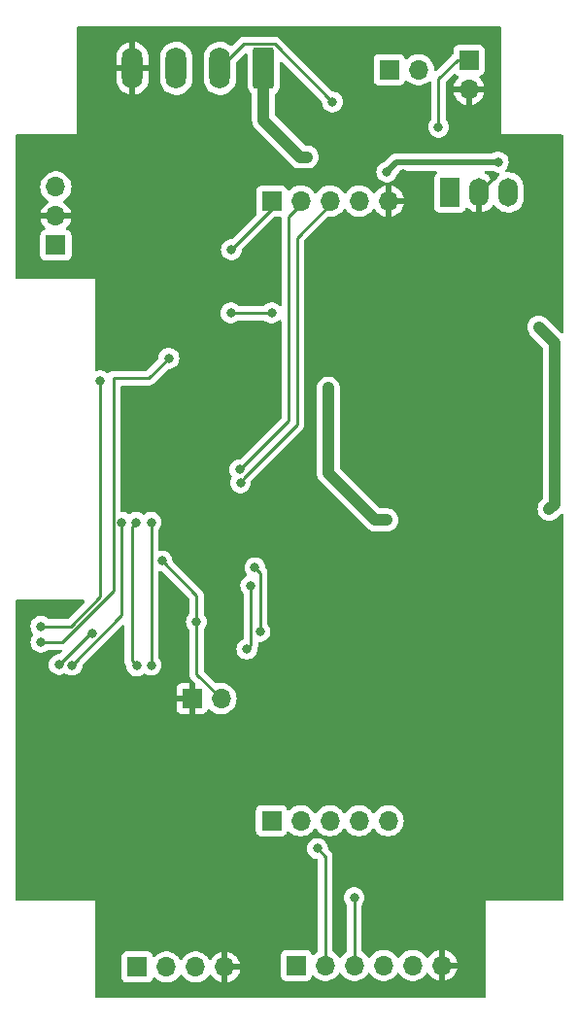
<source format=gbr>
%TF.GenerationSoftware,KiCad,Pcbnew,7.0.2-6a45011f42~172~ubuntu22.10.1*%
%TF.CreationDate,2023-04-24T11:56:10+02:00*%
%TF.ProjectId,vscp-din-esp32-can-z102,76736370-2d64-4696-9e2d-65737033322d,B*%
%TF.SameCoordinates,Original*%
%TF.FileFunction,Copper,L2,Bot*%
%TF.FilePolarity,Positive*%
%FSLAX46Y46*%
G04 Gerber Fmt 4.6, Leading zero omitted, Abs format (unit mm)*
G04 Created by KiCad (PCBNEW 7.0.2-6a45011f42~172~ubuntu22.10.1) date 2023-04-24 11:56:10*
%MOMM*%
%LPD*%
G01*
G04 APERTURE LIST*
G04 Aperture macros list*
%AMRoundRect*
0 Rectangle with rounded corners*
0 $1 Rounding radius*
0 $2 $3 $4 $5 $6 $7 $8 $9 X,Y pos of 4 corners*
0 Add a 4 corners polygon primitive as box body*
4,1,4,$2,$3,$4,$5,$6,$7,$8,$9,$2,$3,0*
0 Add four circle primitives for the rounded corners*
1,1,$1+$1,$2,$3*
1,1,$1+$1,$4,$5*
1,1,$1+$1,$6,$7*
1,1,$1+$1,$8,$9*
0 Add four rect primitives between the rounded corners*
20,1,$1+$1,$2,$3,$4,$5,0*
20,1,$1+$1,$4,$5,$6,$7,0*
20,1,$1+$1,$6,$7,$8,$9,0*
20,1,$1+$1,$8,$9,$2,$3,0*%
G04 Aperture macros list end*
%TA.AperFunction,ComponentPad*%
%ADD10R,1.700000X2.500000*%
%TD*%
%TA.AperFunction,ComponentPad*%
%ADD11O,1.700000X2.500000*%
%TD*%
%TA.AperFunction,ComponentPad*%
%ADD12R,1.700000X1.700000*%
%TD*%
%TA.AperFunction,ComponentPad*%
%ADD13O,1.700000X1.700000*%
%TD*%
%TA.AperFunction,ComponentPad*%
%ADD14RoundRect,0.250000X0.650000X1.550000X-0.650000X1.550000X-0.650000X-1.550000X0.650000X-1.550000X0*%
%TD*%
%TA.AperFunction,ComponentPad*%
%ADD15O,1.800000X3.600000*%
%TD*%
%TA.AperFunction,ViaPad*%
%ADD16C,0.800000*%
%TD*%
%TA.AperFunction,Conductor*%
%ADD17C,0.500000*%
%TD*%
%TA.AperFunction,Conductor*%
%ADD18C,0.250000*%
%TD*%
%TA.AperFunction,Conductor*%
%ADD19C,1.000000*%
%TD*%
G04 APERTURE END LIST*
D10*
%TO.P,U4,1,IN*%
%TO.N,+28V*%
X157602500Y-80492500D03*
D11*
%TO.P,U4,2,GND*%
%TO.N,GND*%
X160142500Y-80492500D03*
%TO.P,U4,3,OUT*%
%TO.N,+3V3*%
X162682500Y-80492500D03*
%TD*%
D12*
%TO.P,J8,1,Pin_1*%
%TO.N,Net-(J8-Pin_1)*%
X159250000Y-68975000D03*
D13*
%TO.P,J8,2,Pin_2*%
%TO.N,GND*%
X159250000Y-71515000D03*
%TD*%
D12*
%TO.P,J6,1,Pin_1*%
%TO.N,Net-(J6-Pin_1)*%
X123250000Y-85100000D03*
D13*
%TO.P,J6,2,Pin_2*%
%TO.N,GND*%
X123250000Y-82560000D03*
%TO.P,J6,3,Pin_3*%
%TO.N,Net-(J6-Pin_3)*%
X123250000Y-80020000D03*
%TD*%
D12*
%TO.P,J7,1,Pin_1*%
%TO.N,/io4*%
X142050000Y-135250000D03*
D13*
%TO.P,J7,2,Pin_2*%
%TO.N,/io5*%
X144590000Y-135250000D03*
%TO.P,J7,3,Pin_3*%
%TO.N,/io3*%
X147130000Y-135250000D03*
%TO.P,J7,4,Pin_4*%
%TO.N,/rx*%
X149670000Y-135250000D03*
%TO.P,J7,5,Pin_5*%
%TO.N,/tx*%
X152210000Y-135250000D03*
%TD*%
D12*
%TO.P,J2,1,Pin_1*%
%TO.N,Net-(J2-Pin_1)*%
X152310000Y-69800000D03*
D13*
%TO.P,J2,2,Pin_2*%
%TO.N,Net-(J2-Pin_2)*%
X154850000Y-69800000D03*
%TD*%
D12*
%TO.P,J3,1,Pin_1*%
%TO.N,Net-(J3-Pin_1)*%
X144200000Y-147850000D03*
D13*
%TO.P,J3,2,Pin_2*%
%TO.N,/rx*%
X146740000Y-147850000D03*
%TO.P,J3,3,Pin_3*%
%TO.N,/tx*%
X149280000Y-147850000D03*
%TO.P,J3,4,Pin_4*%
%TO.N,Net-(J3-Pin_4)*%
X151820000Y-147850000D03*
%TO.P,J3,5,Pin_5*%
%TO.N,+3V3*%
X154360000Y-147850000D03*
%TO.P,J3,6,Pin_6*%
%TO.N,GND*%
X156900000Y-147850000D03*
%TD*%
D12*
%TO.P,J5,1,Pin_1*%
%TO.N,Net-(D4-A)*%
X130350000Y-148000000D03*
D13*
%TO.P,J5,2,Pin_2*%
%TO.N,/USB D-*%
X132890000Y-148000000D03*
%TO.P,J5,3,Pin_3*%
%TO.N,/USB D+*%
X135430000Y-148000000D03*
%TO.P,J5,4,Pin_4*%
%TO.N,GND*%
X137970000Y-148000000D03*
%TD*%
D14*
%TO.P,J4,1,Pin_1*%
%TO.N,Net-(D1-A)*%
X141360000Y-69682500D03*
D15*
%TO.P,J4,2,Pin_2*%
%TO.N,Net-(J2-Pin_2)*%
X137550000Y-69682500D03*
%TO.P,J4,3,Pin_3*%
%TO.N,Net-(J4-Pin_3)*%
X133740000Y-69682500D03*
%TO.P,J4,4,Pin_4*%
%TO.N,GND*%
X129930000Y-69682500D03*
%TD*%
D12*
%TO.P,J1,1,Pin_1*%
%TO.N,/MISO*%
X142075000Y-81250000D03*
D13*
%TO.P,J1,2,Pin_2*%
%TO.N,/SCK*%
X144615000Y-81250000D03*
%TO.P,J1,3,Pin_3*%
%TO.N,/MOSI*%
X147155000Y-81250000D03*
%TO.P,J1,4,Pin_4*%
%TO.N,+3V3*%
X149695000Y-81250000D03*
%TO.P,J1,5,Pin_5*%
%TO.N,GND*%
X152235000Y-81250000D03*
%TD*%
D12*
%TO.P,J9,1,Pin_1*%
%TO.N,GND*%
X135110000Y-124600000D03*
D13*
%TO.P,J9,2,Pin_2*%
%TO.N,/reset*%
X137650000Y-124600000D03*
%TD*%
D16*
%TO.N,+3V3*%
X161800000Y-77850000D03*
X152100000Y-78700000D03*
%TO.N,GND*%
X140650000Y-109200000D03*
X135400000Y-106350000D03*
X138400000Y-141150000D03*
X132900000Y-88800000D03*
X151500000Y-140100000D03*
X148000000Y-145250000D03*
X142750000Y-139250000D03*
X137050000Y-119900000D03*
X137450000Y-108200000D03*
X130500000Y-101900000D03*
X132600000Y-124000000D03*
X131800000Y-83000000D03*
X121950000Y-81250000D03*
X153500000Y-78850000D03*
X147750000Y-141500000D03*
X126300000Y-135000000D03*
X138100000Y-97500000D03*
X145800000Y-108100000D03*
X149650000Y-116900000D03*
X132700000Y-96950000D03*
X134100000Y-145950000D03*
X135300000Y-112400000D03*
X139450000Y-80900000D03*
X139200000Y-77200000D03*
X127950000Y-145200000D03*
X141700000Y-88600000D03*
X157700000Y-74050000D03*
X124200000Y-116900000D03*
X166150000Y-76750000D03*
X135350000Y-77100000D03*
X166000000Y-140650000D03*
X151750000Y-74700000D03*
X128300000Y-80900000D03*
X131400000Y-77100000D03*
X161950000Y-83350000D03*
X126750000Y-123050000D03*
X141000000Y-78700000D03*
X141250000Y-111850000D03*
X155350000Y-85050000D03*
X127900000Y-78100000D03*
X158600000Y-110200000D03*
X123750000Y-77250000D03*
X136000000Y-89700000D03*
X132650000Y-118050000D03*
X155600000Y-75900000D03*
X161400000Y-79050000D03*
X127650000Y-95100000D03*
X141150000Y-146800000D03*
X155250000Y-81600000D03*
X150600000Y-145700000D03*
X158250000Y-146000000D03*
%TO.N,/reset*%
X132500000Y-112600000D03*
X135500000Y-117900000D03*
%TO.N,Net-(D1-A)*%
X145150000Y-77400000D03*
%TO.N,Net-(D2-K)*%
X152100000Y-109050000D03*
X147000000Y-97550000D03*
%TO.N,/txcan*%
X140600000Y-113200000D03*
X141050000Y-118750000D03*
%TO.N,/SCK*%
X139300000Y-104650000D03*
%TO.N,/MOSI*%
X139350000Y-105800000D03*
%TO.N,/MISO*%
X138550000Y-85474500D03*
%TO.N,Net-(J2-Pin_2)*%
X147350000Y-72600000D03*
%TO.N,+28V*%
X166250000Y-108100000D03*
X165350000Y-92250000D03*
%TO.N,/rx*%
X124650000Y-121700000D03*
X146050000Y-137675500D03*
X129000000Y-109250000D03*
%TO.N,/tx*%
X126400000Y-118900000D03*
X149250000Y-141950000D03*
X123550000Y-121650000D03*
%TO.N,Net-(J8-Pin_1)*%
X156600000Y-74800000D03*
%TO.N,Net-(U1-IO18)*%
X121950000Y-118300000D03*
X127100000Y-96900000D03*
%TO.N,Net-(U1-IO19)*%
X121950000Y-119700000D03*
X133100000Y-94950000D03*
%TO.N,/io3*%
X138500000Y-91000000D03*
X142050000Y-91000000D03*
X139900000Y-120300000D03*
X140250000Y-114750000D03*
%TO.N,/io4*%
X130250000Y-109250000D03*
X130300000Y-121750000D03*
%TO.N,/io5*%
X131550000Y-109250000D03*
X131550000Y-121700000D03*
%TD*%
D17*
%TO.N,+3V3*%
X152100000Y-78700000D02*
X152950000Y-77850000D01*
X152950000Y-77850000D02*
X161800000Y-77850000D01*
D18*
%TO.N,GND*%
X161400000Y-79050000D02*
X161400000Y-79235000D01*
X161400000Y-79235000D02*
X160142500Y-80492500D01*
%TO.N,/reset*%
X135500000Y-117900000D02*
X135500000Y-115600000D01*
X135500000Y-122450000D02*
X135500000Y-117900000D01*
X135500000Y-115600000D02*
X132500000Y-112600000D01*
X137650000Y-124600000D02*
X135500000Y-122450000D01*
D19*
%TO.N,Net-(D1-A)*%
X145150000Y-77400000D02*
X144550000Y-77400000D01*
X144550000Y-77400000D02*
X141360000Y-74210000D01*
X141360000Y-74210000D02*
X141360000Y-69682500D01*
%TO.N,Net-(D2-K)*%
X151100000Y-109050000D02*
X152100000Y-109050000D01*
X147000000Y-97550000D02*
X147000000Y-104950000D01*
X147000000Y-104950000D02*
X151100000Y-109050000D01*
D18*
%TO.N,/txcan*%
X140600000Y-113200000D02*
X141050000Y-113650000D01*
X141050000Y-113650000D02*
X141050000Y-118750000D01*
%TO.N,/SCK*%
X143549511Y-100400489D02*
X143549511Y-82615489D01*
X139300000Y-104650000D02*
X143549511Y-100400489D01*
X143549511Y-82615489D02*
X144915000Y-81250000D01*
%TO.N,/MOSI*%
X144250000Y-84455000D02*
X147455000Y-81250000D01*
X139600103Y-105374511D02*
X144250000Y-100724614D01*
X144250000Y-100724614D02*
X144250000Y-84455000D01*
%TO.N,/MISO*%
X142375000Y-81649500D02*
X142375000Y-81250000D01*
X138550000Y-85474500D02*
X142375000Y-81649500D01*
%TO.N,Net-(J2-Pin_2)*%
X147350000Y-72600000D02*
X142307980Y-67557980D01*
X139674520Y-67557980D02*
X137550000Y-69682500D01*
X142307980Y-67557980D02*
X139674520Y-67557980D01*
D19*
%TO.N,+28V*%
X166250000Y-108100000D02*
X166700000Y-107650000D01*
X166700000Y-93600000D02*
X165350000Y-92250000D01*
X166700000Y-107650000D02*
X166700000Y-93600000D01*
D18*
%TO.N,/rx*%
X129000000Y-117350000D02*
X124650000Y-121700000D01*
X146740000Y-138365500D02*
X146740000Y-147850000D01*
X129000000Y-109250000D02*
X129000000Y-117350000D01*
X146050000Y-137675500D02*
X146740000Y-138365500D01*
%TO.N,/tx*%
X149280000Y-141980000D02*
X149280000Y-147850000D01*
X126400000Y-118900000D02*
X126300000Y-118900000D01*
X126300000Y-118900000D02*
X123550000Y-121650000D01*
X149250000Y-141950000D02*
X149280000Y-141980000D01*
%TO.N,Net-(J8-Pin_1)*%
X159250000Y-68975000D02*
X158225000Y-68975000D01*
X158225000Y-68975000D02*
X156600000Y-70600000D01*
X156600000Y-70600000D02*
X156600000Y-74800000D01*
%TO.N,Net-(U1-IO18)*%
X121950000Y-118300000D02*
X124526804Y-118300000D01*
X127100000Y-115726804D02*
X127100000Y-96900000D01*
X124526804Y-118300000D02*
X127100000Y-115726804D01*
%TO.N,Net-(U1-IO19)*%
X128275489Y-96674511D02*
X128275489Y-114775489D01*
X128275489Y-114775489D02*
X128275489Y-115187032D01*
X128275489Y-115187032D02*
X123762521Y-119700000D01*
X131375489Y-96674511D02*
X128275489Y-96674511D01*
X123762521Y-119700000D02*
X121950000Y-119700000D01*
X133100000Y-94950000D02*
X131375489Y-96674511D01*
%TO.N,/io3*%
X140250000Y-119950000D02*
X139900000Y-120300000D01*
X138500000Y-91000000D02*
X141800000Y-91000000D01*
X141800000Y-91000000D02*
X142050000Y-91000000D01*
X140250000Y-114750000D02*
X140250000Y-119950000D01*
%TO.N,/io4*%
X129875000Y-109625000D02*
X129875000Y-121325000D01*
X130250000Y-109250000D02*
X129875000Y-109625000D01*
X129875000Y-121325000D02*
X130300000Y-121750000D01*
%TO.N,/io5*%
X131550000Y-109250000D02*
X131550000Y-121700000D01*
%TD*%
%TA.AperFunction,Conductor*%
%TO.N,GND*%
G36*
X161325535Y-78628502D02*
G01*
X161331448Y-78632545D01*
X161343248Y-78641118D01*
X161517712Y-78718794D01*
X161704513Y-78758500D01*
X161704515Y-78758500D01*
X161813061Y-78758500D01*
X161881182Y-78778502D01*
X161927675Y-78832158D01*
X161937779Y-78902432D01*
X161908285Y-78967012D01*
X161879125Y-78991792D01*
X161871770Y-78996320D01*
X161698178Y-79149100D01*
X161698176Y-79149102D01*
X161671023Y-79182731D01*
X161552896Y-79329029D01*
X161522678Y-79383121D01*
X161471994Y-79432837D01*
X161402477Y-79447257D01*
X161336199Y-79421805D01*
X161308287Y-79392228D01*
X161202893Y-79236294D01*
X161042937Y-79069398D01*
X160857086Y-78931942D01*
X160688629Y-78847009D01*
X160636807Y-78798481D01*
X160619448Y-78729639D01*
X160642063Y-78662340D01*
X160697473Y-78617952D01*
X160745354Y-78608500D01*
X161257414Y-78608500D01*
X161325535Y-78628502D01*
G37*
%TD.AperFunction*%
%TA.AperFunction,Conductor*%
G36*
X161963673Y-66035315D02*
G01*
X162031764Y-66055409D01*
X162078184Y-66109128D01*
X162089500Y-66161315D01*
X162089500Y-75397856D01*
X162088633Y-75402215D01*
X162088634Y-75424999D01*
X162089141Y-75426222D01*
X162089500Y-75427088D01*
X162091964Y-75433036D01*
X162100000Y-75436365D01*
X162122807Y-75436365D01*
X162127155Y-75435500D01*
X167363500Y-75435500D01*
X167431621Y-75455502D01*
X167478114Y-75509158D01*
X167489500Y-75561500D01*
X167489500Y-92659076D01*
X167469498Y-92727197D01*
X167415842Y-92773690D01*
X167345568Y-92783794D01*
X167280988Y-92754300D01*
X167274405Y-92748171D01*
X166030278Y-91504044D01*
X166028082Y-91501848D01*
X165913003Y-91407405D01*
X165913002Y-91407404D01*
X165737802Y-91313758D01*
X165547701Y-91256090D01*
X165350000Y-91236619D01*
X165152298Y-91256090D01*
X164962197Y-91313757D01*
X164786998Y-91407404D01*
X164633431Y-91533431D01*
X164507404Y-91686998D01*
X164413757Y-91862197D01*
X164356090Y-92052298D01*
X164336619Y-92249999D01*
X164356090Y-92447701D01*
X164413758Y-92637802D01*
X164486391Y-92773690D01*
X164507405Y-92813003D01*
X164601848Y-92928082D01*
X164604043Y-92930277D01*
X164604044Y-92930278D01*
X165654595Y-93980828D01*
X165688620Y-94043140D01*
X165691500Y-94069923D01*
X165691500Y-107180076D01*
X165671498Y-107248197D01*
X165654595Y-107269171D01*
X165504044Y-107419721D01*
X165504034Y-107419731D01*
X165501848Y-107421918D01*
X165499886Y-107424307D01*
X165499882Y-107424313D01*
X165407404Y-107536997D01*
X165313758Y-107712197D01*
X165256090Y-107902298D01*
X165236619Y-108100000D01*
X165256090Y-108297701D01*
X165313757Y-108487802D01*
X165364073Y-108581935D01*
X165407405Y-108663003D01*
X165448482Y-108713056D01*
X165533431Y-108816568D01*
X165608827Y-108878443D01*
X165686997Y-108942595D01*
X165780644Y-108992650D01*
X165862197Y-109036242D01*
X166052298Y-109093909D01*
X166250000Y-109113380D01*
X166447701Y-109093909D01*
X166637804Y-109036241D01*
X166813003Y-108942595D01*
X166928082Y-108848152D01*
X167274405Y-108501827D01*
X167336715Y-108467804D01*
X167407531Y-108472868D01*
X167464367Y-108515415D01*
X167489178Y-108581935D01*
X167489499Y-108590924D01*
X167489500Y-142088500D01*
X167469498Y-142156621D01*
X167415842Y-142203114D01*
X167363500Y-142214500D01*
X160727154Y-142214500D01*
X160722806Y-142213635D01*
X160700001Y-142213635D01*
X160700000Y-142213635D01*
X160697912Y-142214500D01*
X160694938Y-142215732D01*
X160691963Y-142216964D01*
X160688635Y-142224999D01*
X160688635Y-142247807D01*
X160689500Y-142252154D01*
X160689500Y-150588500D01*
X160669498Y-150656621D01*
X160615842Y-150703114D01*
X160563500Y-150714500D01*
X126836500Y-150714500D01*
X126768379Y-150694498D01*
X126721886Y-150640842D01*
X126710500Y-150588500D01*
X126710500Y-148898638D01*
X128991500Y-148898638D01*
X128998011Y-148959201D01*
X129009784Y-148990766D01*
X129049111Y-149096205D01*
X129136738Y-149213261D01*
X129253794Y-149300888D01*
X129253795Y-149300888D01*
X129253796Y-149300889D01*
X129390799Y-149351989D01*
X129451362Y-149358500D01*
X129454731Y-149358500D01*
X131245269Y-149358500D01*
X131248638Y-149358500D01*
X131309201Y-149351989D01*
X131446204Y-149300889D01*
X131563261Y-149213261D01*
X131650889Y-149096204D01*
X131694999Y-148977941D01*
X131737545Y-148921107D01*
X131804065Y-148896296D01*
X131873439Y-148911387D01*
X131905753Y-148936635D01*
X131943780Y-148977943D01*
X131966762Y-149002908D01*
X132144421Y-149141187D01*
X132144424Y-149141189D01*
X132342426Y-149248342D01*
X132555365Y-149321444D01*
X132777431Y-149358500D01*
X132777434Y-149358500D01*
X133002566Y-149358500D01*
X133002569Y-149358500D01*
X133224635Y-149321444D01*
X133437574Y-149248342D01*
X133635576Y-149141189D01*
X133813240Y-149002906D01*
X133965722Y-148837268D01*
X134054518Y-148701354D01*
X134108521Y-148655268D01*
X134178869Y-148645693D01*
X134243226Y-148675670D01*
X134265480Y-148701353D01*
X134354278Y-148837268D01*
X134466525Y-148959200D01*
X134506762Y-149002908D01*
X134684421Y-149141187D01*
X134684424Y-149141189D01*
X134882426Y-149248342D01*
X135095365Y-149321444D01*
X135317431Y-149358500D01*
X135317434Y-149358500D01*
X135542566Y-149358500D01*
X135542569Y-149358500D01*
X135764635Y-149321444D01*
X135977574Y-149248342D01*
X136175576Y-149141189D01*
X136353240Y-149002906D01*
X136505722Y-148837268D01*
X136594817Y-148700896D01*
X136648819Y-148654809D01*
X136719167Y-148645234D01*
X136783524Y-148675211D01*
X136805782Y-148700897D01*
X136894678Y-148836962D01*
X137047096Y-149002533D01*
X137224697Y-149140766D01*
X137422631Y-149247883D01*
X137635485Y-149320955D01*
X137716000Y-149334391D01*
X137716000Y-148433674D01*
X137827685Y-148484680D01*
X137934237Y-148500000D01*
X138005763Y-148500000D01*
X138112315Y-148484680D01*
X138224000Y-148433674D01*
X138224000Y-149334390D01*
X138304514Y-149320955D01*
X138517368Y-149247883D01*
X138715302Y-149140766D01*
X138892903Y-149002533D01*
X139045321Y-148836962D01*
X139103026Y-148748638D01*
X142841500Y-148748638D01*
X142848011Y-148809201D01*
X142858480Y-148837268D01*
X142899111Y-148946205D01*
X142986738Y-149063261D01*
X143103794Y-149150888D01*
X143103795Y-149150888D01*
X143103796Y-149150889D01*
X143240799Y-149201989D01*
X143301362Y-149208500D01*
X143304731Y-149208500D01*
X145095269Y-149208500D01*
X145098638Y-149208500D01*
X145159201Y-149201989D01*
X145296204Y-149150889D01*
X145413261Y-149063261D01*
X145500889Y-148946204D01*
X145544999Y-148827941D01*
X145587545Y-148771107D01*
X145654065Y-148746296D01*
X145723439Y-148761387D01*
X145755753Y-148786635D01*
X145802364Y-148837268D01*
X145816762Y-148852908D01*
X145994421Y-148991187D01*
X145994424Y-148991189D01*
X146192426Y-149098342D01*
X146405365Y-149171444D01*
X146627431Y-149208500D01*
X146627434Y-149208500D01*
X146852566Y-149208500D01*
X146852569Y-149208500D01*
X147074635Y-149171444D01*
X147287574Y-149098342D01*
X147485576Y-148991189D01*
X147663240Y-148852906D01*
X147815722Y-148687268D01*
X147904518Y-148551354D01*
X147958521Y-148505268D01*
X148028869Y-148495693D01*
X148093226Y-148525670D01*
X148115480Y-148551353D01*
X148204278Y-148687268D01*
X148342082Y-148836962D01*
X148356762Y-148852908D01*
X148534421Y-148991187D01*
X148534424Y-148991189D01*
X148732426Y-149098342D01*
X148945365Y-149171444D01*
X149167431Y-149208500D01*
X149167434Y-149208500D01*
X149392566Y-149208500D01*
X149392569Y-149208500D01*
X149614635Y-149171444D01*
X149827574Y-149098342D01*
X150025576Y-148991189D01*
X150203240Y-148852906D01*
X150355722Y-148687268D01*
X150444518Y-148551354D01*
X150498521Y-148505268D01*
X150568869Y-148495693D01*
X150633226Y-148525670D01*
X150655480Y-148551353D01*
X150744278Y-148687268D01*
X150882082Y-148836962D01*
X150896762Y-148852908D01*
X151074421Y-148991187D01*
X151074424Y-148991189D01*
X151272426Y-149098342D01*
X151485365Y-149171444D01*
X151707431Y-149208500D01*
X151707434Y-149208500D01*
X151932566Y-149208500D01*
X151932569Y-149208500D01*
X152154635Y-149171444D01*
X152367574Y-149098342D01*
X152565576Y-148991189D01*
X152743240Y-148852906D01*
X152895722Y-148687268D01*
X152984518Y-148551354D01*
X153038521Y-148505268D01*
X153108869Y-148495693D01*
X153173226Y-148525670D01*
X153195480Y-148551353D01*
X153284278Y-148687268D01*
X153422082Y-148836962D01*
X153436762Y-148852908D01*
X153614421Y-148991187D01*
X153614424Y-148991189D01*
X153812426Y-149098342D01*
X154025365Y-149171444D01*
X154247431Y-149208500D01*
X154247434Y-149208500D01*
X154472566Y-149208500D01*
X154472569Y-149208500D01*
X154694635Y-149171444D01*
X154907574Y-149098342D01*
X155105576Y-148991189D01*
X155283240Y-148852906D01*
X155435722Y-148687268D01*
X155524817Y-148550896D01*
X155578819Y-148504809D01*
X155649167Y-148495234D01*
X155713524Y-148525211D01*
X155735782Y-148550897D01*
X155824678Y-148686962D01*
X155977096Y-148852533D01*
X156154697Y-148990766D01*
X156352631Y-149097883D01*
X156565485Y-149170955D01*
X156646000Y-149184391D01*
X156646000Y-148283674D01*
X156757685Y-148334680D01*
X156864237Y-148350000D01*
X156935763Y-148350000D01*
X157042315Y-148334680D01*
X157154000Y-148283674D01*
X157154000Y-149184390D01*
X157234514Y-149170955D01*
X157447368Y-149097883D01*
X157645302Y-148990766D01*
X157822903Y-148852533D01*
X157975321Y-148686962D01*
X158098419Y-148498548D01*
X158188822Y-148292451D01*
X158236544Y-148104000D01*
X157331116Y-148104000D01*
X157359493Y-148059844D01*
X157400000Y-147921889D01*
X157400000Y-147778111D01*
X157359493Y-147640156D01*
X157331116Y-147596000D01*
X158236544Y-147596000D01*
X158236544Y-147595999D01*
X158188822Y-147407548D01*
X158098419Y-147201451D01*
X157975321Y-147013037D01*
X157822903Y-146847466D01*
X157645302Y-146709233D01*
X157447368Y-146602116D01*
X157234510Y-146529042D01*
X157154000Y-146515606D01*
X157154000Y-147416325D01*
X157042315Y-147365320D01*
X156935763Y-147350000D01*
X156864237Y-147350000D01*
X156757685Y-147365320D01*
X156646000Y-147416325D01*
X156646000Y-146515607D01*
X156645999Y-146515606D01*
X156565489Y-146529042D01*
X156352631Y-146602116D01*
X156154697Y-146709233D01*
X155977096Y-146847466D01*
X155824678Y-147013037D01*
X155735782Y-147149102D01*
X155681778Y-147195190D01*
X155611430Y-147204765D01*
X155547073Y-147174787D01*
X155524816Y-147149101D01*
X155454059Y-147040799D01*
X155435722Y-147012732D01*
X155283240Y-146847094D01*
X155283239Y-146847093D01*
X155283237Y-146847091D01*
X155105578Y-146708812D01*
X154907573Y-146601657D01*
X154754510Y-146549111D01*
X154694635Y-146528556D01*
X154472569Y-146491500D01*
X154247431Y-146491500D01*
X154025365Y-146528556D01*
X154025362Y-146528556D01*
X154025362Y-146528557D01*
X153812426Y-146601657D01*
X153614421Y-146708812D01*
X153436762Y-146847091D01*
X153284278Y-147012731D01*
X153195483Y-147148643D01*
X153141479Y-147194731D01*
X153071131Y-147204306D01*
X153006774Y-147174328D01*
X152984517Y-147148643D01*
X152914059Y-147040799D01*
X152895722Y-147012732D01*
X152743240Y-146847094D01*
X152743239Y-146847093D01*
X152743237Y-146847091D01*
X152565578Y-146708812D01*
X152367573Y-146601657D01*
X152214510Y-146549111D01*
X152154635Y-146528556D01*
X151932569Y-146491500D01*
X151707431Y-146491500D01*
X151485365Y-146528556D01*
X151485362Y-146528556D01*
X151485362Y-146528557D01*
X151272426Y-146601657D01*
X151074421Y-146708812D01*
X150896762Y-146847091D01*
X150744278Y-147012731D01*
X150655483Y-147148643D01*
X150601479Y-147194731D01*
X150531131Y-147204306D01*
X150466774Y-147174328D01*
X150444517Y-147148643D01*
X150374059Y-147040799D01*
X150355722Y-147012732D01*
X150203240Y-146847094D01*
X150203239Y-146847093D01*
X150203237Y-146847091D01*
X150025578Y-146708812D01*
X149979529Y-146683891D01*
X149929139Y-146633877D01*
X149913500Y-146573078D01*
X149913500Y-142619206D01*
X149933502Y-142551085D01*
X149945864Y-142534896D01*
X149959711Y-142519516D01*
X149989040Y-142486944D01*
X150084527Y-142321556D01*
X150143542Y-142139928D01*
X150163504Y-141950000D01*
X150143542Y-141760072D01*
X150084527Y-141578444D01*
X150084527Y-141578443D01*
X149989041Y-141413057D01*
X149861252Y-141271133D01*
X149706753Y-141158883D01*
X149706752Y-141158882D01*
X149532288Y-141081206D01*
X149345487Y-141041500D01*
X149154513Y-141041500D01*
X149029979Y-141067970D01*
X148967711Y-141081206D01*
X148793246Y-141158883D01*
X148638747Y-141271133D01*
X148510958Y-141413057D01*
X148415472Y-141578443D01*
X148356458Y-141760070D01*
X148336496Y-141949999D01*
X148356458Y-142139929D01*
X148415472Y-142321556D01*
X148510960Y-142486945D01*
X148614136Y-142601534D01*
X148644854Y-142665541D01*
X148646500Y-142685844D01*
X148646500Y-146573078D01*
X148626498Y-146641199D01*
X148580471Y-146683891D01*
X148534421Y-146708812D01*
X148356762Y-146847091D01*
X148204278Y-147012731D01*
X148115483Y-147148643D01*
X148061479Y-147194731D01*
X147991131Y-147204306D01*
X147926774Y-147174328D01*
X147904517Y-147148643D01*
X147834059Y-147040799D01*
X147815722Y-147012732D01*
X147663240Y-146847094D01*
X147663239Y-146847093D01*
X147663237Y-146847091D01*
X147485578Y-146708812D01*
X147439529Y-146683891D01*
X147389139Y-146633877D01*
X147373500Y-146573078D01*
X147373500Y-138449348D01*
X147375794Y-138428570D01*
X147375700Y-138425593D01*
X147375701Y-138425591D01*
X147373562Y-138357531D01*
X147373500Y-138353573D01*
X147373500Y-138329600D01*
X147373500Y-138325644D01*
X147372993Y-138321634D01*
X147372061Y-138309795D01*
X147370673Y-138265610D01*
X147365020Y-138246156D01*
X147361012Y-138226798D01*
X147358474Y-138206703D01*
X147342190Y-138165577D01*
X147338359Y-138154388D01*
X147326018Y-138111907D01*
X147315704Y-138094468D01*
X147307008Y-138076716D01*
X147299552Y-138057883D01*
X147273571Y-138022124D01*
X147267050Y-138012198D01*
X147244542Y-137974137D01*
X147230213Y-137959808D01*
X147217376Y-137944777D01*
X147205473Y-137928393D01*
X147171406Y-137900211D01*
X147162626Y-137892221D01*
X146997121Y-137726716D01*
X146963095Y-137664404D01*
X146960908Y-137650809D01*
X146943542Y-137485572D01*
X146884527Y-137303944D01*
X146884527Y-137303943D01*
X146789041Y-137138557D01*
X146661252Y-136996633D01*
X146506753Y-136884383D01*
X146506752Y-136884382D01*
X146332288Y-136806706D01*
X146145487Y-136767000D01*
X145954513Y-136767000D01*
X145829978Y-136793470D01*
X145767711Y-136806706D01*
X145593246Y-136884383D01*
X145438747Y-136996633D01*
X145310958Y-137138557D01*
X145215472Y-137303943D01*
X145156458Y-137485570D01*
X145136496Y-137675500D01*
X145156458Y-137865429D01*
X145215472Y-138047056D01*
X145310958Y-138212442D01*
X145310960Y-138212444D01*
X145438747Y-138354366D01*
X145593248Y-138466618D01*
X145767712Y-138544294D01*
X145954513Y-138584000D01*
X145980500Y-138584000D01*
X146048621Y-138604002D01*
X146095114Y-138657658D01*
X146106500Y-138710000D01*
X146106500Y-146573078D01*
X146086498Y-146641199D01*
X146040471Y-146683891D01*
X145994421Y-146708812D01*
X145816758Y-146847094D01*
X145755754Y-146913362D01*
X145694901Y-146949933D01*
X145623937Y-146947798D01*
X145565392Y-146907636D01*
X145544998Y-146872056D01*
X145535688Y-146847094D01*
X145500889Y-146753796D01*
X145500888Y-146753794D01*
X145413261Y-146636738D01*
X145296205Y-146549111D01*
X145206377Y-146515607D01*
X145159201Y-146498011D01*
X145098638Y-146491500D01*
X143301362Y-146491500D01*
X143298013Y-146491859D01*
X143298013Y-146491860D01*
X143240799Y-146498011D01*
X143103794Y-146549111D01*
X142986738Y-146636738D01*
X142899111Y-146753794D01*
X142855002Y-146872056D01*
X142848011Y-146890799D01*
X142841500Y-146951362D01*
X142841500Y-148748638D01*
X139103026Y-148748638D01*
X139168419Y-148648548D01*
X139258822Y-148442451D01*
X139306544Y-148254000D01*
X138401116Y-148254000D01*
X138429493Y-148209844D01*
X138470000Y-148071889D01*
X138470000Y-147928111D01*
X138429493Y-147790156D01*
X138401116Y-147746000D01*
X139306544Y-147746000D01*
X139306544Y-147745999D01*
X139258822Y-147557548D01*
X139168419Y-147351451D01*
X139045321Y-147163037D01*
X138892903Y-146997466D01*
X138715302Y-146859233D01*
X138517368Y-146752116D01*
X138304510Y-146679042D01*
X138224000Y-146665606D01*
X138224000Y-147566325D01*
X138112315Y-147515320D01*
X138005763Y-147500000D01*
X137934237Y-147500000D01*
X137827685Y-147515320D01*
X137716000Y-147566325D01*
X137716000Y-146665607D01*
X137715999Y-146665606D01*
X137635489Y-146679042D01*
X137422631Y-146752116D01*
X137224697Y-146859233D01*
X137047096Y-146997466D01*
X136894678Y-147163037D01*
X136805782Y-147299102D01*
X136751778Y-147345190D01*
X136681430Y-147354765D01*
X136617073Y-147324787D01*
X136594816Y-147299101D01*
X136533183Y-147204765D01*
X136505722Y-147162732D01*
X136353240Y-146997094D01*
X136353239Y-146997093D01*
X136353237Y-146997091D01*
X136175578Y-146858812D01*
X135977573Y-146751657D01*
X135780175Y-146683891D01*
X135764635Y-146678556D01*
X135542569Y-146641500D01*
X135317431Y-146641500D01*
X135095365Y-146678556D01*
X135095362Y-146678556D01*
X135095362Y-146678557D01*
X134882426Y-146751657D01*
X134684421Y-146858812D01*
X134506762Y-146997091D01*
X134354278Y-147162731D01*
X134265483Y-147298643D01*
X134211479Y-147344731D01*
X134141131Y-147354306D01*
X134076774Y-147324328D01*
X134054517Y-147298643D01*
X133993183Y-147204765D01*
X133965722Y-147162732D01*
X133813240Y-146997094D01*
X133813239Y-146997093D01*
X133813237Y-146997091D01*
X133635578Y-146858812D01*
X133437573Y-146751657D01*
X133240175Y-146683891D01*
X133224635Y-146678556D01*
X133002569Y-146641500D01*
X132777431Y-146641500D01*
X132555365Y-146678556D01*
X132555362Y-146678556D01*
X132555362Y-146678557D01*
X132342426Y-146751657D01*
X132144421Y-146858812D01*
X131966758Y-146997094D01*
X131905754Y-147063362D01*
X131844901Y-147099933D01*
X131773937Y-147097798D01*
X131715392Y-147057636D01*
X131694998Y-147022056D01*
X131685688Y-146997094D01*
X131650889Y-146903796D01*
X131627129Y-146872056D01*
X131563261Y-146786738D01*
X131446205Y-146699111D01*
X131356377Y-146665607D01*
X131309201Y-146648011D01*
X131248638Y-146641500D01*
X129451362Y-146641500D01*
X129448013Y-146641859D01*
X129448013Y-146641860D01*
X129390799Y-146648011D01*
X129253794Y-146699111D01*
X129136738Y-146786738D01*
X129049111Y-146903794D01*
X129008479Y-147012734D01*
X128998011Y-147040799D01*
X128991500Y-147101362D01*
X128991500Y-148898638D01*
X126710500Y-148898638D01*
X126710500Y-142252154D01*
X126711365Y-142247807D01*
X126711365Y-142224999D01*
X126708036Y-142216963D01*
X126702089Y-142214500D01*
X126700001Y-142213635D01*
X126677194Y-142213635D01*
X126672846Y-142214500D01*
X119836500Y-142214500D01*
X119768379Y-142194498D01*
X119721886Y-142140842D01*
X119710500Y-142088500D01*
X119710500Y-136148638D01*
X140691500Y-136148638D01*
X140698011Y-136209201D01*
X140714312Y-136252906D01*
X140749111Y-136346205D01*
X140836738Y-136463261D01*
X140953794Y-136550888D01*
X140953795Y-136550888D01*
X140953796Y-136550889D01*
X141090799Y-136601989D01*
X141151362Y-136608500D01*
X141154731Y-136608500D01*
X142945269Y-136608500D01*
X142948638Y-136608500D01*
X143009201Y-136601989D01*
X143146204Y-136550889D01*
X143263261Y-136463261D01*
X143350889Y-136346204D01*
X143394999Y-136227941D01*
X143437545Y-136171107D01*
X143504065Y-136146296D01*
X143573439Y-136161387D01*
X143605753Y-136186635D01*
X143643780Y-136227943D01*
X143666762Y-136252908D01*
X143786629Y-136346205D01*
X143844424Y-136391189D01*
X144042426Y-136498342D01*
X144255365Y-136571444D01*
X144477431Y-136608500D01*
X144477434Y-136608500D01*
X144702566Y-136608500D01*
X144702569Y-136608500D01*
X144924635Y-136571444D01*
X145137574Y-136498342D01*
X145335576Y-136391189D01*
X145513240Y-136252906D01*
X145665722Y-136087268D01*
X145754518Y-135951354D01*
X145808520Y-135905267D01*
X145878868Y-135895692D01*
X145943226Y-135925669D01*
X145965480Y-135951353D01*
X146054278Y-136087268D01*
X146183780Y-136227943D01*
X146206762Y-136252908D01*
X146326629Y-136346205D01*
X146384424Y-136391189D01*
X146582426Y-136498342D01*
X146795365Y-136571444D01*
X147017431Y-136608500D01*
X147017434Y-136608500D01*
X147242566Y-136608500D01*
X147242569Y-136608500D01*
X147464635Y-136571444D01*
X147677574Y-136498342D01*
X147875576Y-136391189D01*
X148053240Y-136252906D01*
X148205722Y-136087268D01*
X148294518Y-135951354D01*
X148348521Y-135905268D01*
X148418869Y-135895693D01*
X148483226Y-135925670D01*
X148505480Y-135951353D01*
X148594278Y-136087268D01*
X148706525Y-136209200D01*
X148746762Y-136252908D01*
X148866629Y-136346205D01*
X148924424Y-136391189D01*
X149122426Y-136498342D01*
X149335365Y-136571444D01*
X149557431Y-136608500D01*
X149557434Y-136608500D01*
X149782566Y-136608500D01*
X149782569Y-136608500D01*
X150004635Y-136571444D01*
X150217574Y-136498342D01*
X150415576Y-136391189D01*
X150593240Y-136252906D01*
X150745722Y-136087268D01*
X150834518Y-135951354D01*
X150888521Y-135905268D01*
X150958869Y-135895693D01*
X151023226Y-135925670D01*
X151045480Y-135951353D01*
X151134278Y-136087268D01*
X151246525Y-136209200D01*
X151286762Y-136252908D01*
X151406629Y-136346205D01*
X151464424Y-136391189D01*
X151662426Y-136498342D01*
X151875365Y-136571444D01*
X152097431Y-136608500D01*
X152097434Y-136608500D01*
X152322566Y-136608500D01*
X152322569Y-136608500D01*
X152544635Y-136571444D01*
X152757574Y-136498342D01*
X152955576Y-136391189D01*
X153133240Y-136252906D01*
X153285722Y-136087268D01*
X153408860Y-135898791D01*
X153499296Y-135692616D01*
X153554564Y-135474368D01*
X153573156Y-135250000D01*
X153554564Y-135025632D01*
X153499296Y-134807384D01*
X153408860Y-134601209D01*
X153285722Y-134412732D01*
X153133240Y-134247094D01*
X153133239Y-134247093D01*
X153133237Y-134247091D01*
X152955578Y-134108812D01*
X152757573Y-134001657D01*
X152604510Y-133949111D01*
X152544635Y-133928556D01*
X152322569Y-133891500D01*
X152097431Y-133891500D01*
X151875365Y-133928556D01*
X151875362Y-133928556D01*
X151875362Y-133928557D01*
X151662426Y-134001657D01*
X151464421Y-134108812D01*
X151286762Y-134247091D01*
X151134278Y-134412731D01*
X151045483Y-134548643D01*
X150991479Y-134594731D01*
X150921131Y-134604306D01*
X150856774Y-134574328D01*
X150834517Y-134548643D01*
X150745721Y-134412731D01*
X150685945Y-134347798D01*
X150593240Y-134247094D01*
X150593239Y-134247093D01*
X150593237Y-134247091D01*
X150415578Y-134108812D01*
X150217573Y-134001657D01*
X150064510Y-133949111D01*
X150004635Y-133928556D01*
X149782569Y-133891500D01*
X149557431Y-133891500D01*
X149335365Y-133928556D01*
X149335362Y-133928556D01*
X149335362Y-133928557D01*
X149122426Y-134001657D01*
X148924421Y-134108812D01*
X148746762Y-134247091D01*
X148594278Y-134412731D01*
X148505483Y-134548643D01*
X148451479Y-134594731D01*
X148381131Y-134604306D01*
X148316774Y-134574328D01*
X148294517Y-134548643D01*
X148205721Y-134412731D01*
X148145945Y-134347798D01*
X148053240Y-134247094D01*
X148053239Y-134247093D01*
X148053237Y-134247091D01*
X147875578Y-134108812D01*
X147677573Y-134001657D01*
X147524510Y-133949111D01*
X147464635Y-133928556D01*
X147242569Y-133891500D01*
X147017431Y-133891500D01*
X146795365Y-133928556D01*
X146795362Y-133928556D01*
X146795362Y-133928557D01*
X146582426Y-134001657D01*
X146384421Y-134108812D01*
X146206762Y-134247091D01*
X146054278Y-134412731D01*
X146008677Y-134482528D01*
X145965481Y-134548645D01*
X145911479Y-134594732D01*
X145841131Y-134604307D01*
X145776774Y-134574330D01*
X145754519Y-134548646D01*
X145665722Y-134412732D01*
X145513240Y-134247094D01*
X145513239Y-134247093D01*
X145513237Y-134247091D01*
X145335578Y-134108812D01*
X145137573Y-134001657D01*
X144984510Y-133949111D01*
X144924635Y-133928556D01*
X144702569Y-133891500D01*
X144477431Y-133891500D01*
X144255365Y-133928556D01*
X144255362Y-133928556D01*
X144255362Y-133928557D01*
X144042426Y-134001657D01*
X143844421Y-134108812D01*
X143666758Y-134247094D01*
X143605754Y-134313362D01*
X143544901Y-134349933D01*
X143473937Y-134347798D01*
X143415392Y-134307636D01*
X143394998Y-134272056D01*
X143385688Y-134247094D01*
X143350889Y-134153796D01*
X143350888Y-134153794D01*
X143263261Y-134036738D01*
X143146205Y-133949111D01*
X143077702Y-133923561D01*
X143009201Y-133898011D01*
X142948638Y-133891500D01*
X141151362Y-133891500D01*
X141148013Y-133891859D01*
X141148013Y-133891860D01*
X141090799Y-133898011D01*
X140953794Y-133949111D01*
X140836738Y-134036738D01*
X140749111Y-134153794D01*
X140714313Y-134247091D01*
X140698011Y-134290799D01*
X140691500Y-134351362D01*
X140691500Y-136148638D01*
X119710500Y-136148638D01*
X119710500Y-116126000D01*
X119730502Y-116057879D01*
X119784158Y-116011386D01*
X119836500Y-116000000D01*
X125626710Y-116000000D01*
X125694831Y-116020002D01*
X125741324Y-116073658D01*
X125751428Y-116143932D01*
X125721934Y-116208512D01*
X125715805Y-116215095D01*
X124301304Y-117629595D01*
X124238992Y-117663621D01*
X124212209Y-117666500D01*
X122658200Y-117666500D01*
X122590079Y-117646498D01*
X122564565Y-117624812D01*
X122561253Y-117621133D01*
X122406753Y-117508883D01*
X122406752Y-117508882D01*
X122232288Y-117431206D01*
X122045487Y-117391500D01*
X121854513Y-117391500D01*
X121729978Y-117417970D01*
X121667711Y-117431206D01*
X121493246Y-117508883D01*
X121338747Y-117621133D01*
X121210958Y-117763057D01*
X121115472Y-117928443D01*
X121056458Y-118110070D01*
X121036496Y-118299999D01*
X121056458Y-118489929D01*
X121115472Y-118671556D01*
X121210960Y-118836945D01*
X121281862Y-118915690D01*
X121312580Y-118979697D01*
X121303815Y-119050151D01*
X121281862Y-119084310D01*
X121210960Y-119163054D01*
X121115472Y-119328443D01*
X121056458Y-119510070D01*
X121036496Y-119700000D01*
X121056458Y-119889929D01*
X121115472Y-120071556D01*
X121210958Y-120236942D01*
X121210960Y-120236944D01*
X121338747Y-120378866D01*
X121493248Y-120491118D01*
X121667712Y-120568794D01*
X121854513Y-120608500D01*
X121854515Y-120608500D01*
X122045485Y-120608500D01*
X122045487Y-120608500D01*
X122232288Y-120568794D01*
X122406752Y-120491118D01*
X122561253Y-120378866D01*
X122564564Y-120375188D01*
X122625012Y-120337949D01*
X122658200Y-120333500D01*
X123666404Y-120333500D01*
X123734525Y-120353502D01*
X123781018Y-120407158D01*
X123791122Y-120477432D01*
X123761628Y-120542012D01*
X123755499Y-120548595D01*
X123599499Y-120704595D01*
X123537187Y-120738621D01*
X123510404Y-120741500D01*
X123454513Y-120741500D01*
X123336766Y-120766528D01*
X123267711Y-120781206D01*
X123093246Y-120858883D01*
X122938747Y-120971133D01*
X122810958Y-121113057D01*
X122715472Y-121278443D01*
X122656458Y-121460070D01*
X122636496Y-121650000D01*
X122656458Y-121839929D01*
X122715472Y-122021556D01*
X122810958Y-122186942D01*
X122901000Y-122286944D01*
X122938747Y-122328866D01*
X123093248Y-122441118D01*
X123267712Y-122518794D01*
X123454513Y-122558500D01*
X123454515Y-122558500D01*
X123645485Y-122558500D01*
X123645487Y-122558500D01*
X123832288Y-122518794D01*
X124006752Y-122441118D01*
X124006756Y-122441114D01*
X124013258Y-122438220D01*
X124083625Y-122428786D01*
X124138567Y-122451390D01*
X124193248Y-122491118D01*
X124367712Y-122568794D01*
X124554513Y-122608500D01*
X124554515Y-122608500D01*
X124745485Y-122608500D01*
X124745487Y-122608500D01*
X124932288Y-122568794D01*
X125106752Y-122491118D01*
X125261253Y-122378866D01*
X125389040Y-122236944D01*
X125484527Y-122071556D01*
X125543542Y-121889928D01*
X125560907Y-121724702D01*
X125587920Y-121659048D01*
X125597113Y-121648789D01*
X129026407Y-118219496D01*
X129088717Y-118185472D01*
X129159533Y-118190537D01*
X129216368Y-118233084D01*
X129241179Y-118299604D01*
X129241500Y-118308593D01*
X129241500Y-121241147D01*
X129239204Y-121261935D01*
X129241438Y-121332984D01*
X129241500Y-121336943D01*
X129241500Y-121364856D01*
X129241995Y-121368774D01*
X129241997Y-121368806D01*
X129242008Y-121368888D01*
X129242937Y-121380697D01*
X129244326Y-121424892D01*
X129249977Y-121444341D01*
X129253986Y-121463696D01*
X129256525Y-121483794D01*
X129272801Y-121524903D01*
X129276644Y-121536130D01*
X129288980Y-121578590D01*
X129299294Y-121596030D01*
X129307987Y-121613774D01*
X129315448Y-121632617D01*
X129315449Y-121632619D01*
X129341431Y-121668380D01*
X129347947Y-121678300D01*
X129371676Y-121718422D01*
X129388534Y-121769392D01*
X129406458Y-121939929D01*
X129465472Y-122121556D01*
X129560958Y-122286942D01*
X129560960Y-122286944D01*
X129688747Y-122428866D01*
X129843248Y-122541118D01*
X130017712Y-122618794D01*
X130204513Y-122658500D01*
X130204515Y-122658500D01*
X130395485Y-122658500D01*
X130395487Y-122658500D01*
X130582288Y-122618794D01*
X130756752Y-122541118D01*
X130885352Y-122447684D01*
X130952215Y-122423828D01*
X131021367Y-122439908D01*
X131033466Y-122447684D01*
X131093248Y-122491118D01*
X131267712Y-122568794D01*
X131454513Y-122608500D01*
X131454515Y-122608500D01*
X131645485Y-122608500D01*
X131645487Y-122608500D01*
X131832288Y-122568794D01*
X132006752Y-122491118D01*
X132161253Y-122378866D01*
X132289040Y-122236944D01*
X132384527Y-122071556D01*
X132443542Y-121889928D01*
X132463504Y-121700000D01*
X132443542Y-121510072D01*
X132387289Y-121336943D01*
X132384527Y-121328443D01*
X132289041Y-121163057D01*
X132215863Y-121081783D01*
X132185146Y-121017775D01*
X132183500Y-120997473D01*
X132183500Y-113617119D01*
X132203502Y-113548998D01*
X132257158Y-113502505D01*
X132327432Y-113492401D01*
X132335678Y-113493868D01*
X132404513Y-113508500D01*
X132460406Y-113508500D01*
X132528527Y-113528502D01*
X132549501Y-113545405D01*
X134829595Y-115825499D01*
X134863621Y-115887811D01*
X134866500Y-115914594D01*
X134866500Y-117197473D01*
X134846498Y-117265594D01*
X134834137Y-117281783D01*
X134760958Y-117363057D01*
X134665472Y-117528443D01*
X134606458Y-117710070D01*
X134606457Y-117710072D01*
X134606458Y-117710072D01*
X134586496Y-117900000D01*
X134589486Y-117928444D01*
X134606458Y-118089929D01*
X134665472Y-118271556D01*
X134760958Y-118436942D01*
X134760960Y-118436944D01*
X134834137Y-118518215D01*
X134864853Y-118582220D01*
X134866500Y-118602524D01*
X134866500Y-122366147D01*
X134864204Y-122386935D01*
X134866438Y-122457984D01*
X134866500Y-122461943D01*
X134866500Y-122489856D01*
X134866995Y-122493774D01*
X134866997Y-122493806D01*
X134867008Y-122493888D01*
X134867937Y-122505697D01*
X134869326Y-122549892D01*
X134874977Y-122569341D01*
X134878986Y-122588696D01*
X134881525Y-122608794D01*
X134897801Y-122649903D01*
X134901644Y-122661130D01*
X134913980Y-122703590D01*
X134924294Y-122721030D01*
X134932987Y-122738774D01*
X134940448Y-122757617D01*
X134940449Y-122757619D01*
X134966431Y-122793380D01*
X134972948Y-122803301D01*
X134995458Y-122841363D01*
X135009778Y-122855683D01*
X135022618Y-122870716D01*
X135034526Y-122887105D01*
X135068598Y-122915292D01*
X135077366Y-122923270D01*
X135327097Y-123173001D01*
X135361120Y-123235310D01*
X135364000Y-123262093D01*
X135364000Y-124166325D01*
X135252315Y-124115320D01*
X135145763Y-124100000D01*
X135074237Y-124100000D01*
X134967685Y-124115320D01*
X134856000Y-124166325D01*
X134856000Y-123242000D01*
X134214777Y-123242000D01*
X134208063Y-123242359D01*
X134150906Y-123248505D01*
X134014037Y-123299554D01*
X133897095Y-123387095D01*
X133809554Y-123504037D01*
X133758505Y-123640906D01*
X133752359Y-123698063D01*
X133752000Y-123704777D01*
X133752000Y-124346000D01*
X134678884Y-124346000D01*
X134650507Y-124390156D01*
X134610000Y-124528111D01*
X134610000Y-124671889D01*
X134650507Y-124809844D01*
X134678884Y-124854000D01*
X133752000Y-124854000D01*
X133752000Y-125495222D01*
X133752359Y-125501936D01*
X133758505Y-125559093D01*
X133809554Y-125695962D01*
X133897095Y-125812904D01*
X134014037Y-125900445D01*
X134150906Y-125951494D01*
X134208063Y-125957640D01*
X134214777Y-125958000D01*
X134856000Y-125958000D01*
X134856000Y-125033674D01*
X134967685Y-125084680D01*
X135074237Y-125100000D01*
X135145763Y-125100000D01*
X135252315Y-125084680D01*
X135364000Y-125033674D01*
X135364000Y-125958000D01*
X136005223Y-125958000D01*
X136011936Y-125957640D01*
X136069093Y-125951494D01*
X136205962Y-125900445D01*
X136322904Y-125812904D01*
X136410445Y-125695962D01*
X136454618Y-125577530D01*
X136497164Y-125520694D01*
X136563685Y-125495883D01*
X136633059Y-125510974D01*
X136665372Y-125536222D01*
X136686427Y-125559093D01*
X136726762Y-125602908D01*
X136846317Y-125695962D01*
X136904424Y-125741189D01*
X137102426Y-125848342D01*
X137315365Y-125921444D01*
X137537431Y-125958500D01*
X137537434Y-125958500D01*
X137762566Y-125958500D01*
X137762569Y-125958500D01*
X137984635Y-125921444D01*
X138197574Y-125848342D01*
X138395576Y-125741189D01*
X138573240Y-125602906D01*
X138725722Y-125437268D01*
X138848860Y-125248791D01*
X138939296Y-125042616D01*
X138994564Y-124824368D01*
X139013156Y-124600000D01*
X138994564Y-124375632D01*
X138939296Y-124157384D01*
X138848860Y-123951209D01*
X138725722Y-123762732D01*
X138573240Y-123597094D01*
X138573239Y-123597093D01*
X138573237Y-123597091D01*
X138395578Y-123458812D01*
X138197573Y-123351657D01*
X138045800Y-123299554D01*
X137984635Y-123278556D01*
X137762569Y-123241500D01*
X137537431Y-123241500D01*
X137315365Y-123278556D01*
X137315360Y-123278557D01*
X137305068Y-123280275D01*
X137304529Y-123277046D01*
X137251119Y-123279440D01*
X137192076Y-123246171D01*
X136170405Y-122224500D01*
X136136379Y-122162188D01*
X136133500Y-122135405D01*
X136133500Y-120300000D01*
X138986496Y-120300000D01*
X139006458Y-120489929D01*
X139065472Y-120671556D01*
X139160958Y-120836942D01*
X139263737Y-120951090D01*
X139288747Y-120978866D01*
X139443248Y-121091118D01*
X139617712Y-121168794D01*
X139804513Y-121208500D01*
X139804515Y-121208500D01*
X139995485Y-121208500D01*
X139995487Y-121208500D01*
X140182288Y-121168794D01*
X140356752Y-121091118D01*
X140511253Y-120978866D01*
X140639040Y-120836944D01*
X140734527Y-120671556D01*
X140793542Y-120489928D01*
X140813504Y-120300000D01*
X140812335Y-120288880D01*
X140825104Y-120219044D01*
X140827212Y-120215040D01*
X140843695Y-120185060D01*
X140848733Y-120165434D01*
X140855137Y-120146732D01*
X140863181Y-120128144D01*
X140866044Y-120110070D01*
X140870096Y-120084481D01*
X140872504Y-120072853D01*
X140883500Y-120030029D01*
X140883500Y-120009775D01*
X140885051Y-119990063D01*
X140888220Y-119970057D01*
X140884738Y-119933227D01*
X140884059Y-119926036D01*
X140883500Y-119914179D01*
X140883500Y-119784500D01*
X140903502Y-119716379D01*
X140957158Y-119669886D01*
X141009500Y-119658500D01*
X141145485Y-119658500D01*
X141145487Y-119658500D01*
X141332288Y-119618794D01*
X141506752Y-119541118D01*
X141661253Y-119428866D01*
X141789040Y-119286944D01*
X141884527Y-119121556D01*
X141943542Y-118939928D01*
X141963504Y-118750000D01*
X141943542Y-118560072D01*
X141884527Y-118378444D01*
X141884527Y-118378443D01*
X141789041Y-118213057D01*
X141715863Y-118131783D01*
X141685146Y-118067775D01*
X141683500Y-118047473D01*
X141683500Y-113733853D01*
X141685795Y-113713063D01*
X141683562Y-113642013D01*
X141683500Y-113638054D01*
X141683500Y-113614107D01*
X141683500Y-113614106D01*
X141683500Y-113610144D01*
X141682994Y-113606147D01*
X141682061Y-113594297D01*
X141680673Y-113550110D01*
X141675020Y-113530656D01*
X141671012Y-113511298D01*
X141668474Y-113491203D01*
X141652195Y-113450090D01*
X141648353Y-113438869D01*
X141636018Y-113396407D01*
X141636017Y-113396406D01*
X141636017Y-113396404D01*
X141625707Y-113378971D01*
X141617008Y-113361215D01*
X141609552Y-113342383D01*
X141583565Y-113306616D01*
X141577047Y-113296693D01*
X141554540Y-113258635D01*
X141547122Y-113251217D01*
X141513096Y-113188905D01*
X141510907Y-113175293D01*
X141493542Y-113010072D01*
X141434527Y-112828444D01*
X141434527Y-112828443D01*
X141339041Y-112663057D01*
X141211252Y-112521133D01*
X141056753Y-112408883D01*
X141056752Y-112408882D01*
X140882288Y-112331206D01*
X140695487Y-112291500D01*
X140504513Y-112291500D01*
X140379979Y-112317970D01*
X140317711Y-112331206D01*
X140143246Y-112408883D01*
X139988747Y-112521133D01*
X139860958Y-112663057D01*
X139765472Y-112828443D01*
X139706458Y-113010070D01*
X139686496Y-113199999D01*
X139706458Y-113389929D01*
X139765472Y-113571556D01*
X139860958Y-113736942D01*
X139868188Y-113744972D01*
X139898905Y-113808980D01*
X139890140Y-113879434D01*
X139844676Y-113933964D01*
X139825801Y-113944388D01*
X139793248Y-113958881D01*
X139638747Y-114071133D01*
X139510958Y-114213057D01*
X139415472Y-114378443D01*
X139356458Y-114560070D01*
X139336496Y-114749999D01*
X139356458Y-114939929D01*
X139415472Y-115121556D01*
X139510958Y-115286942D01*
X139510960Y-115286944D01*
X139584137Y-115368215D01*
X139614853Y-115432220D01*
X139616500Y-115452524D01*
X139616500Y-119349919D01*
X139596498Y-119418040D01*
X139542842Y-119464533D01*
X139541750Y-119465025D01*
X139443248Y-119508881D01*
X139288747Y-119621133D01*
X139160958Y-119763057D01*
X139065472Y-119928443D01*
X139006458Y-120110070D01*
X138986496Y-120300000D01*
X136133500Y-120300000D01*
X136133500Y-118602524D01*
X136153502Y-118534403D01*
X136165858Y-118518220D01*
X136239040Y-118436944D01*
X136334527Y-118271556D01*
X136393542Y-118089928D01*
X136413504Y-117900000D01*
X136393542Y-117710072D01*
X136334527Y-117528444D01*
X136334527Y-117528443D01*
X136239041Y-117363057D01*
X136165863Y-117281783D01*
X136135146Y-117217775D01*
X136133500Y-117197473D01*
X136133500Y-115683853D01*
X136135795Y-115663062D01*
X136133562Y-115592000D01*
X136133500Y-115588042D01*
X136133500Y-115564108D01*
X136133500Y-115560144D01*
X136132995Y-115556152D01*
X136132062Y-115544306D01*
X136130674Y-115500111D01*
X136125019Y-115480647D01*
X136121013Y-115461307D01*
X136118474Y-115441203D01*
X136102195Y-115400087D01*
X136098356Y-115388872D01*
X136086019Y-115346407D01*
X136075703Y-115328964D01*
X136067007Y-115311214D01*
X136059552Y-115292383D01*
X136033554Y-115256600D01*
X136027058Y-115246710D01*
X136004542Y-115208638D01*
X135990212Y-115194308D01*
X135977378Y-115179281D01*
X135965472Y-115162893D01*
X135965471Y-115162892D01*
X135931394Y-115134700D01*
X135922616Y-115126712D01*
X133447121Y-112651216D01*
X133413095Y-112588904D01*
X133410908Y-112575309D01*
X133393542Y-112410072D01*
X133334527Y-112228444D01*
X133334527Y-112228443D01*
X133239041Y-112063057D01*
X133111252Y-111921133D01*
X132956753Y-111808883D01*
X132956752Y-111808882D01*
X132782288Y-111731206D01*
X132595487Y-111691500D01*
X132404513Y-111691500D01*
X132404512Y-111691500D01*
X132335694Y-111706127D01*
X132264904Y-111700724D01*
X132208272Y-111657907D01*
X132183779Y-111591269D01*
X132183500Y-111582909D01*
X132183499Y-109952523D01*
X132203502Y-109884403D01*
X132215858Y-109868220D01*
X132289040Y-109786944D01*
X132384527Y-109621556D01*
X132443542Y-109439928D01*
X132463504Y-109250000D01*
X132443542Y-109060072D01*
X132384527Y-108878444D01*
X132384527Y-108878443D01*
X132289041Y-108713057D01*
X132161252Y-108571133D01*
X132065863Y-108501829D01*
X132006752Y-108458882D01*
X131832288Y-108381206D01*
X131645487Y-108341500D01*
X131454513Y-108341500D01*
X131336578Y-108366568D01*
X131267711Y-108381206D01*
X131093246Y-108458883D01*
X130974059Y-108545477D01*
X130907191Y-108569335D01*
X130838040Y-108553254D01*
X130825938Y-108545476D01*
X130765863Y-108501829D01*
X130706752Y-108458882D01*
X130532288Y-108381206D01*
X130345487Y-108341500D01*
X130154513Y-108341500D01*
X130036578Y-108366568D01*
X129967711Y-108381206D01*
X129793246Y-108458883D01*
X129699060Y-108527313D01*
X129632192Y-108551171D01*
X129563041Y-108535090D01*
X129550940Y-108527313D01*
X129456753Y-108458883D01*
X129456752Y-108458882D01*
X129282288Y-108381206D01*
X129095487Y-108341500D01*
X129095485Y-108341500D01*
X129034989Y-108341500D01*
X128966868Y-108321498D01*
X128920375Y-108267842D01*
X128908989Y-108215500D01*
X128908989Y-97434011D01*
X128928991Y-97365890D01*
X128982647Y-97319397D01*
X129034989Y-97308011D01*
X131291636Y-97308011D01*
X131312424Y-97310306D01*
X131315396Y-97310212D01*
X131315398Y-97310213D01*
X131383474Y-97308073D01*
X131387434Y-97308011D01*
X131411383Y-97308011D01*
X131415345Y-97308011D01*
X131419345Y-97307505D01*
X131431188Y-97306572D01*
X131475378Y-97305184D01*
X131494827Y-97299532D01*
X131514187Y-97295523D01*
X131534286Y-97292985D01*
X131575404Y-97276704D01*
X131586606Y-97272868D01*
X131629082Y-97260529D01*
X131646528Y-97250210D01*
X131664269Y-97241520D01*
X131683106Y-97234063D01*
X131718881Y-97208069D01*
X131728792Y-97201559D01*
X131766851Y-97179053D01*
X131781180Y-97164723D01*
X131796208Y-97151888D01*
X131812596Y-97139983D01*
X131840787Y-97105904D01*
X131848757Y-97097145D01*
X133050500Y-95895404D01*
X133112813Y-95861379D01*
X133139596Y-95858500D01*
X133195485Y-95858500D01*
X133195487Y-95858500D01*
X133382288Y-95818794D01*
X133556752Y-95741118D01*
X133711253Y-95628866D01*
X133839040Y-95486944D01*
X133934527Y-95321556D01*
X133993542Y-95139928D01*
X134013504Y-94950000D01*
X133993542Y-94760072D01*
X133934527Y-94578444D01*
X133934527Y-94578443D01*
X133839041Y-94413057D01*
X133711252Y-94271133D01*
X133556753Y-94158883D01*
X133556752Y-94158882D01*
X133382288Y-94081206D01*
X133195487Y-94041500D01*
X133004513Y-94041500D01*
X132879979Y-94067970D01*
X132817711Y-94081206D01*
X132643246Y-94158883D01*
X132488747Y-94271133D01*
X132360958Y-94413057D01*
X132265472Y-94578443D01*
X132206458Y-94760070D01*
X132189093Y-94925292D01*
X132162080Y-94990949D01*
X132152878Y-95001216D01*
X131149989Y-96004106D01*
X131087677Y-96038131D01*
X131060894Y-96041011D01*
X128347282Y-96041011D01*
X128323673Y-96038779D01*
X128320275Y-96038131D01*
X128315580Y-96037235D01*
X128259538Y-96040762D01*
X128251626Y-96041011D01*
X128235633Y-96041011D01*
X128231727Y-96041504D01*
X128231715Y-96041505D01*
X128219762Y-96043015D01*
X128211893Y-96043758D01*
X128155837Y-96047285D01*
X128147996Y-96049833D01*
X128124865Y-96055004D01*
X128116692Y-96056036D01*
X128064493Y-96076703D01*
X128057051Y-96079382D01*
X128003615Y-96096745D01*
X127996648Y-96101167D01*
X127975527Y-96111928D01*
X127967874Y-96114958D01*
X127967873Y-96114958D01*
X127967872Y-96114959D01*
X127938084Y-96136599D01*
X127922444Y-96147963D01*
X127915903Y-96152407D01*
X127868473Y-96182508D01*
X127862825Y-96188523D01*
X127845041Y-96204200D01*
X127840554Y-96207460D01*
X127773686Y-96231319D01*
X127704535Y-96215238D01*
X127692432Y-96207460D01*
X127616658Y-96152407D01*
X127556752Y-96108882D01*
X127382288Y-96031206D01*
X127195487Y-95991500D01*
X127004513Y-95991500D01*
X126817712Y-96031206D01*
X126817708Y-96031207D01*
X126804759Y-96033960D01*
X126803935Y-96030088D01*
X126756854Y-96036390D01*
X126692564Y-96006269D01*
X126654764Y-95946172D01*
X126650000Y-95911853D01*
X126650000Y-91000000D01*
X137586496Y-91000000D01*
X137606458Y-91189929D01*
X137665472Y-91371556D01*
X137760958Y-91536942D01*
X137760960Y-91536944D01*
X137888747Y-91678866D01*
X138043248Y-91791118D01*
X138217712Y-91868794D01*
X138404513Y-91908500D01*
X138404515Y-91908500D01*
X138595485Y-91908500D01*
X138595487Y-91908500D01*
X138782288Y-91868794D01*
X138956752Y-91791118D01*
X139111253Y-91678866D01*
X139114564Y-91675188D01*
X139175012Y-91637949D01*
X139208200Y-91633500D01*
X141341800Y-91633500D01*
X141409921Y-91653502D01*
X141435435Y-91675188D01*
X141438746Y-91678866D01*
X141479691Y-91708614D01*
X141593248Y-91791118D01*
X141767712Y-91868794D01*
X141954513Y-91908500D01*
X141954515Y-91908500D01*
X142145485Y-91908500D01*
X142145487Y-91908500D01*
X142332288Y-91868794D01*
X142506752Y-91791118D01*
X142661253Y-91678866D01*
X142696376Y-91639857D01*
X142756820Y-91602619D01*
X142827803Y-91603970D01*
X142886788Y-91643484D01*
X142915047Y-91708614D01*
X142916011Y-91724169D01*
X142916011Y-100085894D01*
X142896009Y-100154015D01*
X142879106Y-100174989D01*
X139349500Y-103704595D01*
X139287188Y-103738621D01*
X139260405Y-103741500D01*
X139204513Y-103741500D01*
X139079978Y-103767970D01*
X139017711Y-103781206D01*
X138843246Y-103858883D01*
X138688747Y-103971133D01*
X138560958Y-104113057D01*
X138465472Y-104278443D01*
X138406458Y-104460070D01*
X138386496Y-104650000D01*
X138406458Y-104839929D01*
X138465472Y-105021556D01*
X138567581Y-105198413D01*
X138565237Y-105199766D01*
X138587661Y-105246492D01*
X138578898Y-105316945D01*
X138572427Y-105329795D01*
X138515472Y-105428443D01*
X138456458Y-105610070D01*
X138436496Y-105800000D01*
X138456458Y-105989929D01*
X138515472Y-106171556D01*
X138610958Y-106336942D01*
X138610960Y-106336944D01*
X138738747Y-106478866D01*
X138893248Y-106591118D01*
X139067712Y-106668794D01*
X139254513Y-106708500D01*
X139254515Y-106708500D01*
X139445485Y-106708500D01*
X139445487Y-106708500D01*
X139632288Y-106668794D01*
X139806752Y-106591118D01*
X139961253Y-106478866D01*
X140089040Y-106336944D01*
X140184527Y-106171556D01*
X140243542Y-105989928D01*
X140263504Y-105800000D01*
X140251431Y-105685135D01*
X140264203Y-105615297D01*
X140287643Y-105582873D01*
X140920516Y-104950000D01*
X145986619Y-104950000D01*
X146006090Y-105147699D01*
X146047954Y-105285702D01*
X146063758Y-105337802D01*
X146157404Y-105513004D01*
X146283433Y-105666569D01*
X146317135Y-105694227D01*
X146326298Y-105702532D01*
X150347461Y-109723695D01*
X150355766Y-109732857D01*
X150383434Y-109766571D01*
X150536992Y-109892593D01*
X150536996Y-109892595D01*
X150712196Y-109986241D01*
X150729689Y-109991547D01*
X150769865Y-110003735D01*
X150902300Y-110043909D01*
X151099998Y-110063380D01*
X151099999Y-110063379D01*
X151100000Y-110063380D01*
X151143387Y-110059106D01*
X151155737Y-110058500D01*
X152146455Y-110058500D01*
X152149547Y-110058500D01*
X152297701Y-110043908D01*
X152487804Y-109986241D01*
X152663004Y-109892595D01*
X152663005Y-109892593D01*
X152663007Y-109892593D01*
X152816568Y-109766568D01*
X152942593Y-109613007D01*
X152942595Y-109613004D01*
X153036241Y-109437804D01*
X153093908Y-109247701D01*
X153113380Y-109050000D01*
X153102802Y-108942595D01*
X153093908Y-108852298D01*
X153051669Y-108713056D01*
X153036241Y-108662196D01*
X152942595Y-108486996D01*
X152942593Y-108486992D01*
X152816568Y-108333431D01*
X152663007Y-108207406D01*
X152487802Y-108113758D01*
X152297701Y-108056091D01*
X152152627Y-108041803D01*
X152152619Y-108041802D01*
X152149547Y-108041500D01*
X152146455Y-108041500D01*
X151569924Y-108041500D01*
X151501803Y-108021498D01*
X151480829Y-108004595D01*
X148045405Y-104569171D01*
X148011379Y-104506859D01*
X148008500Y-104480076D01*
X148008500Y-97503545D01*
X148008500Y-97500453D01*
X147993908Y-97352299D01*
X147983927Y-97319397D01*
X147960303Y-97241517D01*
X147936241Y-97162196D01*
X147842595Y-96986996D01*
X147842593Y-96986992D01*
X147716568Y-96833431D01*
X147563007Y-96707406D01*
X147387802Y-96613758D01*
X147197701Y-96556091D01*
X147000000Y-96536619D01*
X146802298Y-96556091D01*
X146612197Y-96613758D01*
X146436992Y-96707406D01*
X146283431Y-96833431D01*
X146157406Y-96986992D01*
X146063758Y-97162197D01*
X146006091Y-97352298D01*
X145991803Y-97497372D01*
X145991500Y-97500453D01*
X145991500Y-97503544D01*
X145991500Y-97503545D01*
X145991500Y-104894262D01*
X145990893Y-104906613D01*
X145986619Y-104950000D01*
X140920516Y-104950000D01*
X144638658Y-101231858D01*
X144654979Y-101218784D01*
X144657014Y-101216616D01*
X144657018Y-101216614D01*
X144703676Y-101166926D01*
X144706368Y-101164148D01*
X144726134Y-101144384D01*
X144728601Y-101141202D01*
X144736308Y-101132176D01*
X144766586Y-101099935D01*
X144776343Y-101082184D01*
X144787199Y-101065657D01*
X144799613Y-101049655D01*
X144817172Y-101009075D01*
X144822392Y-100998423D01*
X144843694Y-100959675D01*
X144843695Y-100959674D01*
X144848732Y-100940053D01*
X144855138Y-100921344D01*
X144863181Y-100902759D01*
X144870096Y-100859090D01*
X144872496Y-100847495D01*
X144883500Y-100804644D01*
X144883500Y-100784383D01*
X144885051Y-100764672D01*
X144888219Y-100744669D01*
X144884059Y-100700659D01*
X144883500Y-100688802D01*
X144883500Y-84769593D01*
X144903502Y-84701472D01*
X144920405Y-84680498D01*
X146955498Y-82645405D01*
X147017810Y-82611379D01*
X147044593Y-82608500D01*
X147267566Y-82608500D01*
X147267569Y-82608500D01*
X147489635Y-82571444D01*
X147702574Y-82498342D01*
X147900576Y-82391189D01*
X148078240Y-82252906D01*
X148230722Y-82087268D01*
X148319518Y-81951354D01*
X148373520Y-81905267D01*
X148443868Y-81895692D01*
X148508226Y-81925669D01*
X148530480Y-81951353D01*
X148619278Y-82087268D01*
X148771417Y-82252533D01*
X148771762Y-82252908D01*
X148949421Y-82391187D01*
X148949424Y-82391189D01*
X149147426Y-82498342D01*
X149360365Y-82571444D01*
X149582431Y-82608500D01*
X149582434Y-82608500D01*
X149807566Y-82608500D01*
X149807569Y-82608500D01*
X150029635Y-82571444D01*
X150242574Y-82498342D01*
X150440576Y-82391189D01*
X150618240Y-82252906D01*
X150770722Y-82087268D01*
X150859817Y-81950896D01*
X150913819Y-81904809D01*
X150984167Y-81895234D01*
X151048524Y-81925211D01*
X151070782Y-81950897D01*
X151159678Y-82086962D01*
X151312096Y-82252533D01*
X151489697Y-82390766D01*
X151687631Y-82497883D01*
X151900485Y-82570955D01*
X151981000Y-82584391D01*
X151981000Y-81683674D01*
X152092685Y-81734680D01*
X152199237Y-81750000D01*
X152270763Y-81750000D01*
X152377315Y-81734680D01*
X152489000Y-81683674D01*
X152489000Y-82584390D01*
X152569514Y-82570955D01*
X152782368Y-82497883D01*
X152980302Y-82390766D01*
X153157903Y-82252533D01*
X153310321Y-82086962D01*
X153433419Y-81898548D01*
X153523822Y-81692451D01*
X153571544Y-81504000D01*
X152666116Y-81504000D01*
X152694493Y-81459844D01*
X152735000Y-81321889D01*
X152735000Y-81178111D01*
X152694493Y-81040156D01*
X152666116Y-80996000D01*
X153571544Y-80996000D01*
X153571544Y-80995999D01*
X153523822Y-80807548D01*
X153433419Y-80601451D01*
X153310321Y-80413037D01*
X153157903Y-80247466D01*
X152980302Y-80109233D01*
X152782368Y-80002116D01*
X152569510Y-79929042D01*
X152489000Y-79915606D01*
X152489000Y-80816325D01*
X152377315Y-80765320D01*
X152270763Y-80750000D01*
X152199237Y-80750000D01*
X152092685Y-80765320D01*
X151981000Y-80816325D01*
X151981000Y-79915607D01*
X151980999Y-79915606D01*
X151900489Y-79929042D01*
X151687631Y-80002116D01*
X151489697Y-80109233D01*
X151312096Y-80247466D01*
X151159678Y-80413037D01*
X151070782Y-80549102D01*
X151016778Y-80595190D01*
X150946430Y-80604765D01*
X150882073Y-80574787D01*
X150859816Y-80549101D01*
X150770722Y-80412732D01*
X150618240Y-80247094D01*
X150618239Y-80247093D01*
X150618237Y-80247091D01*
X150440578Y-80108812D01*
X150242573Y-80001657D01*
X150089510Y-79949111D01*
X150029635Y-79928556D01*
X149807569Y-79891500D01*
X149582431Y-79891500D01*
X149360365Y-79928556D01*
X149360362Y-79928556D01*
X149360362Y-79928557D01*
X149147426Y-80001657D01*
X148949421Y-80108812D01*
X148771762Y-80247091D01*
X148619278Y-80412731D01*
X148586690Y-80462611D01*
X148530481Y-80548645D01*
X148476479Y-80594732D01*
X148406131Y-80604307D01*
X148341774Y-80574330D01*
X148319519Y-80548646D01*
X148230722Y-80412732D01*
X148078240Y-80247094D01*
X148078239Y-80247093D01*
X148078237Y-80247091D01*
X147900578Y-80108812D01*
X147702573Y-80001657D01*
X147549510Y-79949111D01*
X147489635Y-79928556D01*
X147267569Y-79891500D01*
X147042431Y-79891500D01*
X146820365Y-79928556D01*
X146820362Y-79928556D01*
X146820362Y-79928557D01*
X146607426Y-80001657D01*
X146409421Y-80108812D01*
X146231762Y-80247091D01*
X146079278Y-80412731D01*
X145990483Y-80548643D01*
X145936479Y-80594731D01*
X145866131Y-80604306D01*
X145801774Y-80574328D01*
X145779517Y-80548643D01*
X145723313Y-80462616D01*
X145690722Y-80412732D01*
X145538240Y-80247094D01*
X145538239Y-80247093D01*
X145538237Y-80247091D01*
X145360578Y-80108812D01*
X145162573Y-80001657D01*
X145009510Y-79949111D01*
X144949635Y-79928556D01*
X144727569Y-79891500D01*
X144502431Y-79891500D01*
X144280365Y-79928556D01*
X144280362Y-79928556D01*
X144280362Y-79928557D01*
X144067426Y-80001657D01*
X143869421Y-80108812D01*
X143691758Y-80247094D01*
X143630754Y-80313362D01*
X143569901Y-80349933D01*
X143498937Y-80347798D01*
X143440392Y-80307636D01*
X143419998Y-80272056D01*
X143410688Y-80247094D01*
X143375889Y-80153796D01*
X143375888Y-80153794D01*
X143288261Y-80036738D01*
X143171205Y-79949111D01*
X143081377Y-79915607D01*
X143034201Y-79898011D01*
X142973638Y-79891500D01*
X141176362Y-79891500D01*
X141173013Y-79891859D01*
X141173013Y-79891860D01*
X141115799Y-79898011D01*
X140978794Y-79949111D01*
X140861738Y-80036738D01*
X140774111Y-80153794D01*
X140738271Y-80249886D01*
X140723011Y-80290799D01*
X140716500Y-80351362D01*
X140716500Y-82148638D01*
X140716860Y-82151986D01*
X140723011Y-82209202D01*
X140748062Y-82276364D01*
X140753128Y-82347179D01*
X140719103Y-82409492D01*
X140719102Y-82409492D01*
X138599500Y-84529095D01*
X138537188Y-84563120D01*
X138510405Y-84566000D01*
X138454513Y-84566000D01*
X138329978Y-84592470D01*
X138267711Y-84605706D01*
X138093246Y-84683383D01*
X137938747Y-84795633D01*
X137810958Y-84937557D01*
X137715472Y-85102943D01*
X137656458Y-85284570D01*
X137636496Y-85474500D01*
X137656458Y-85664429D01*
X137715472Y-85846056D01*
X137810958Y-86011442D01*
X137938747Y-86153365D01*
X137938747Y-86153366D01*
X138093248Y-86265618D01*
X138267712Y-86343294D01*
X138454513Y-86383000D01*
X138454515Y-86383000D01*
X138645485Y-86383000D01*
X138645487Y-86383000D01*
X138832288Y-86343294D01*
X139006752Y-86265618D01*
X139161253Y-86153366D01*
X139289040Y-86011444D01*
X139384527Y-85846056D01*
X139443542Y-85664428D01*
X139460907Y-85499203D01*
X139487919Y-85433550D01*
X139497112Y-85423291D01*
X142274999Y-82645405D01*
X142337312Y-82611379D01*
X142364095Y-82608500D01*
X142790011Y-82608500D01*
X142858132Y-82628502D01*
X142904625Y-82682158D01*
X142916011Y-82734500D01*
X142916011Y-90275830D01*
X142896009Y-90343951D01*
X142842353Y-90390444D01*
X142772079Y-90400548D01*
X142707499Y-90371054D01*
X142696375Y-90360141D01*
X142661252Y-90321133D01*
X142506753Y-90208883D01*
X142506752Y-90208882D01*
X142332288Y-90131206D01*
X142145487Y-90091500D01*
X141954513Y-90091500D01*
X141829979Y-90117970D01*
X141767711Y-90131206D01*
X141593246Y-90208883D01*
X141438746Y-90321133D01*
X141435435Y-90324812D01*
X141374988Y-90362051D01*
X141341800Y-90366500D01*
X139208200Y-90366500D01*
X139140079Y-90346498D01*
X139114565Y-90324812D01*
X139111253Y-90321133D01*
X138956753Y-90208883D01*
X138956752Y-90208882D01*
X138782288Y-90131206D01*
X138595487Y-90091500D01*
X138404513Y-90091500D01*
X138279978Y-90117970D01*
X138217711Y-90131206D01*
X138043246Y-90208883D01*
X137888747Y-90321133D01*
X137760958Y-90463057D01*
X137665472Y-90628443D01*
X137606458Y-90810070D01*
X137586496Y-91000000D01*
X126650000Y-91000000D01*
X126650000Y-88000000D01*
X119836500Y-88000000D01*
X119768379Y-87979998D01*
X119721886Y-87926342D01*
X119710500Y-87874000D01*
X119710500Y-80020000D01*
X121886844Y-80020000D01*
X121905436Y-80244368D01*
X121905436Y-80244371D01*
X121905437Y-80244372D01*
X121960702Y-80462611D01*
X122051139Y-80668790D01*
X122174278Y-80857268D01*
X122326762Y-81022908D01*
X122504422Y-81161188D01*
X122504424Y-81161189D01*
X122538205Y-81179470D01*
X122588596Y-81229482D01*
X122603949Y-81298799D01*
X122579389Y-81365413D01*
X122538209Y-81401096D01*
X122504702Y-81419229D01*
X122327096Y-81557466D01*
X122174678Y-81723037D01*
X122051580Y-81911451D01*
X121961177Y-82117548D01*
X121913455Y-82305999D01*
X121913456Y-82306000D01*
X122818884Y-82306000D01*
X122790507Y-82350156D01*
X122750000Y-82488111D01*
X122750000Y-82631889D01*
X122790507Y-82769844D01*
X122818884Y-82814000D01*
X121913455Y-82814000D01*
X121961177Y-83002451D01*
X122051580Y-83208548D01*
X122174678Y-83396962D01*
X122317981Y-83552632D01*
X122349402Y-83616297D01*
X122341415Y-83686843D01*
X122296556Y-83741872D01*
X122269313Y-83756025D01*
X122153793Y-83799111D01*
X122036738Y-83886738D01*
X121949111Y-84003794D01*
X121898011Y-84140799D01*
X121891500Y-84201362D01*
X121891500Y-85998638D01*
X121891860Y-86001986D01*
X121898011Y-86059200D01*
X121949111Y-86196205D01*
X122036738Y-86313261D01*
X122153794Y-86400888D01*
X122153795Y-86400888D01*
X122153796Y-86400889D01*
X122290799Y-86451989D01*
X122351362Y-86458500D01*
X122354731Y-86458500D01*
X124145269Y-86458500D01*
X124148638Y-86458500D01*
X124209201Y-86451989D01*
X124346204Y-86400889D01*
X124463261Y-86313261D01*
X124550889Y-86196204D01*
X124601989Y-86059201D01*
X124608500Y-85998638D01*
X124608500Y-84201362D01*
X124601989Y-84140799D01*
X124550889Y-84003796D01*
X124550888Y-84003794D01*
X124463261Y-83886738D01*
X124346206Y-83799111D01*
X124272758Y-83771716D01*
X124230684Y-83756024D01*
X124173851Y-83713478D01*
X124149040Y-83646958D01*
X124164131Y-83577584D01*
X124182018Y-83552632D01*
X124325321Y-83396962D01*
X124448419Y-83208548D01*
X124538822Y-83002451D01*
X124586544Y-82814000D01*
X123681116Y-82814000D01*
X123709493Y-82769844D01*
X123750000Y-82631889D01*
X123750000Y-82488111D01*
X123709493Y-82350156D01*
X123681116Y-82306000D01*
X124586544Y-82306000D01*
X124586544Y-82305999D01*
X124538822Y-82117548D01*
X124448419Y-81911451D01*
X124325321Y-81723037D01*
X124172903Y-81557466D01*
X123995299Y-81419231D01*
X123961791Y-81401097D01*
X123911401Y-81351083D01*
X123896050Y-81281766D01*
X123920612Y-81215153D01*
X123961790Y-81179472D01*
X123995576Y-81161189D01*
X124173240Y-81022906D01*
X124325722Y-80857268D01*
X124448860Y-80668791D01*
X124539296Y-80462616D01*
X124594564Y-80244368D01*
X124613156Y-80020000D01*
X124594564Y-79795632D01*
X124539296Y-79577384D01*
X124448860Y-79371209D01*
X124325722Y-79182732D01*
X124173240Y-79017094D01*
X124173239Y-79017093D01*
X124173237Y-79017091D01*
X123995578Y-78878812D01*
X123797573Y-78771657D01*
X123611317Y-78707716D01*
X123588841Y-78700000D01*
X151186496Y-78700000D01*
X151206458Y-78889929D01*
X151265472Y-79071556D01*
X151360958Y-79236942D01*
X151360960Y-79236944D01*
X151488747Y-79378866D01*
X151643248Y-79491118D01*
X151817712Y-79568794D01*
X152004513Y-79608500D01*
X152004515Y-79608500D01*
X152195485Y-79608500D01*
X152195487Y-79608500D01*
X152382288Y-79568794D01*
X152556752Y-79491118D01*
X152711253Y-79378866D01*
X152839040Y-79236944D01*
X152934527Y-79071556D01*
X152989388Y-78902712D01*
X153020123Y-78852556D01*
X153227276Y-78645404D01*
X153289589Y-78611379D01*
X153316372Y-78608500D01*
X156372333Y-78608500D01*
X156440454Y-78628502D01*
X156486947Y-78682158D01*
X156497051Y-78752432D01*
X156467557Y-78817012D01*
X156447842Y-78835368D01*
X156389238Y-78879238D01*
X156301611Y-78996294D01*
X156274345Y-79069398D01*
X156250511Y-79133299D01*
X156244000Y-79193862D01*
X156244000Y-81791138D01*
X156250511Y-81851701D01*
X156270490Y-81905267D01*
X156301611Y-81988705D01*
X156389238Y-82105761D01*
X156506294Y-82193388D01*
X156506295Y-82193388D01*
X156506296Y-82193389D01*
X156643299Y-82244489D01*
X156703862Y-82251000D01*
X156707231Y-82251000D01*
X158497769Y-82251000D01*
X158501138Y-82251000D01*
X158561701Y-82244489D01*
X158698704Y-82193389D01*
X158815761Y-82105761D01*
X158903389Y-81988704D01*
X158947752Y-81869763D01*
X158990296Y-81812929D01*
X159056816Y-81788118D01*
X159126190Y-81803209D01*
X159156772Y-81826612D01*
X159242062Y-81915601D01*
X159427913Y-82053057D01*
X159634330Y-82157129D01*
X159855359Y-82224818D01*
X159888500Y-82229062D01*
X159888500Y-81036724D01*
X159985869Y-81077056D01*
X160103177Y-81092500D01*
X160181823Y-81092500D01*
X160299131Y-81077056D01*
X160396500Y-81036724D01*
X160396500Y-82226936D01*
X160541591Y-82195669D01*
X160756085Y-82109479D01*
X160952933Y-81988275D01*
X161126461Y-81835548D01*
X161271682Y-81655698D01*
X161301732Y-81601904D01*
X161352415Y-81552188D01*
X161421932Y-81537765D01*
X161488210Y-81563216D01*
X161516125Y-81592795D01*
X161558828Y-81655976D01*
X161621717Y-81749023D01*
X161781728Y-81915976D01*
X161967653Y-82053485D01*
X162174143Y-82157595D01*
X162395257Y-82225311D01*
X162624635Y-82254684D01*
X162855678Y-82244869D01*
X163081738Y-82196149D01*
X163296313Y-82109926D01*
X163493230Y-81988679D01*
X163666824Y-81835898D01*
X163812100Y-81655976D01*
X163924880Y-81454091D01*
X164001919Y-81236050D01*
X164041000Y-81008125D01*
X164041000Y-80034787D01*
X164026301Y-79862082D01*
X163968030Y-79638293D01*
X163940499Y-79577388D01*
X163872778Y-79427570D01*
X163806172Y-79329024D01*
X163743283Y-79235977D01*
X163583272Y-79069024D01*
X163397347Y-78931515D01*
X163190857Y-78827405D01*
X163190856Y-78827404D01*
X163190855Y-78827404D01*
X162969740Y-78759688D01*
X162740364Y-78730315D01*
X162509273Y-78740132D01*
X162440364Y-78723040D01*
X162391636Y-78671406D01*
X162378559Y-78601624D01*
X162405284Y-78535849D01*
X162410289Y-78529935D01*
X162411248Y-78528869D01*
X162411253Y-78528866D01*
X162539040Y-78386944D01*
X162622380Y-78242595D01*
X162634528Y-78221555D01*
X162682570Y-78073695D01*
X162693542Y-78039928D01*
X162713504Y-77850000D01*
X162693542Y-77660072D01*
X162634527Y-77478444D01*
X162634527Y-77478443D01*
X162539041Y-77313057D01*
X162411252Y-77171133D01*
X162307162Y-77095507D01*
X162256752Y-77058882D01*
X162082288Y-76981206D01*
X161895487Y-76941500D01*
X161704513Y-76941500D01*
X161579979Y-76967970D01*
X161517711Y-76981206D01*
X161448107Y-77012196D01*
X161343248Y-77058882D01*
X161331472Y-77067437D01*
X161264608Y-77091294D01*
X161257414Y-77091500D01*
X153014442Y-77091500D01*
X152996182Y-77090170D01*
X152972212Y-77086659D01*
X152972211Y-77086659D01*
X152946075Y-77088945D01*
X152922353Y-77091021D01*
X152911372Y-77091500D01*
X152905820Y-77091500D01*
X152902182Y-77091925D01*
X152902167Y-77091926D01*
X152874711Y-77095135D01*
X152871070Y-77095507D01*
X152794260Y-77102227D01*
X152775123Y-77106470D01*
X152702634Y-77132853D01*
X152699176Y-77134055D01*
X152626000Y-77158303D01*
X152608372Y-77166838D01*
X152543918Y-77209229D01*
X152540831Y-77211196D01*
X152475218Y-77251667D01*
X152460032Y-77264038D01*
X152407087Y-77320156D01*
X152404534Y-77322783D01*
X151943667Y-77783650D01*
X151881355Y-77817676D01*
X151880771Y-77817801D01*
X151817714Y-77831205D01*
X151643246Y-77908883D01*
X151488747Y-78021133D01*
X151360958Y-78163057D01*
X151265472Y-78328443D01*
X151206458Y-78510070D01*
X151186496Y-78700000D01*
X123588841Y-78700000D01*
X123584635Y-78698556D01*
X123362569Y-78661500D01*
X123137431Y-78661500D01*
X122915365Y-78698556D01*
X122915362Y-78698556D01*
X122915362Y-78698557D01*
X122702426Y-78771657D01*
X122504421Y-78878812D01*
X122326762Y-79017091D01*
X122174278Y-79182731D01*
X122051139Y-79371209D01*
X121960702Y-79577388D01*
X121905437Y-79795627D01*
X121905436Y-79795632D01*
X121886844Y-80020000D01*
X119710500Y-80020000D01*
X119710500Y-75561500D01*
X119730502Y-75493379D01*
X119784158Y-75446886D01*
X119836500Y-75435500D01*
X125072845Y-75435500D01*
X125077193Y-75436365D01*
X125100000Y-75436365D01*
X125108036Y-75433036D01*
X125110500Y-75427088D01*
X125110501Y-75427087D01*
X125110753Y-75426477D01*
X125111365Y-75425000D01*
X125111364Y-75424997D01*
X125111366Y-75402215D01*
X125110499Y-75397861D01*
X125110499Y-70639650D01*
X128522000Y-70639650D01*
X128522226Y-70644973D01*
X128537234Y-70821315D01*
X128597626Y-71053252D01*
X128696353Y-71271659D01*
X128830564Y-71470231D01*
X128996405Y-71643267D01*
X129189105Y-71785787D01*
X129403123Y-71893693D01*
X129632292Y-71963875D01*
X129676000Y-71969472D01*
X129676000Y-70226724D01*
X129773369Y-70267056D01*
X129890677Y-70282500D01*
X129969323Y-70282500D01*
X130086631Y-70267056D01*
X130183999Y-70226724D01*
X130183999Y-71968086D01*
X130343782Y-71933651D01*
X130566178Y-71844284D01*
X130770271Y-71718619D01*
X130950188Y-71560274D01*
X131100762Y-71373791D01*
X131217647Y-71164557D01*
X131297494Y-70938567D01*
X131338000Y-70702335D01*
X131338000Y-70642327D01*
X132331500Y-70642327D01*
X132331725Y-70644980D01*
X132331726Y-70644984D01*
X132346740Y-70821398D01*
X132407155Y-71053422D01*
X132423711Y-71090048D01*
X132505914Y-71271902D01*
X132640175Y-71470547D01*
X132726502Y-71560619D01*
X132806077Y-71643646D01*
X132998838Y-71786212D01*
X132998840Y-71786213D01*
X132998843Y-71786215D01*
X133212933Y-71894157D01*
X133442185Y-71964364D01*
X133680005Y-71994818D01*
X133919551Y-71984643D01*
X134153932Y-71934130D01*
X134376404Y-71844733D01*
X134580569Y-71719024D01*
X134760551Y-71560619D01*
X134911175Y-71374076D01*
X135028105Y-71164760D01*
X135030445Y-71158139D01*
X135067443Y-71053424D01*
X135107980Y-70938694D01*
X135148500Y-70702381D01*
X135148500Y-70642327D01*
X136141500Y-70642327D01*
X136141725Y-70644980D01*
X136141726Y-70644984D01*
X136156740Y-70821398D01*
X136217155Y-71053422D01*
X136233711Y-71090048D01*
X136315914Y-71271902D01*
X136450175Y-71470547D01*
X136536502Y-71560619D01*
X136616077Y-71643646D01*
X136808838Y-71786212D01*
X136808840Y-71786213D01*
X136808843Y-71786215D01*
X137022933Y-71894157D01*
X137252185Y-71964364D01*
X137490005Y-71994818D01*
X137729551Y-71984643D01*
X137963932Y-71934130D01*
X138186404Y-71844733D01*
X138390569Y-71719024D01*
X138570551Y-71560619D01*
X138721175Y-71374076D01*
X138838105Y-71164760D01*
X138840445Y-71158139D01*
X138877443Y-71053424D01*
X138917980Y-70938694D01*
X138958500Y-70702381D01*
X138958499Y-69222094D01*
X138978501Y-69153974D01*
X138995404Y-69132999D01*
X139165672Y-68962731D01*
X139736406Y-68391998D01*
X139798717Y-68357974D01*
X139869533Y-68363039D01*
X139926368Y-68405586D01*
X139951179Y-68472106D01*
X139951500Y-68481095D01*
X139951500Y-71279838D01*
X139951500Y-71279857D01*
X139951501Y-71283044D01*
X139962113Y-71386926D01*
X140017885Y-71555238D01*
X140110970Y-71706152D01*
X140236348Y-71831530D01*
X140291648Y-71865639D01*
X140339125Y-71918424D01*
X140351500Y-71972879D01*
X140351500Y-74154262D01*
X140350893Y-74166613D01*
X140346619Y-74210000D01*
X140366090Y-74407699D01*
X140422858Y-74594833D01*
X140423596Y-74597499D01*
X140517404Y-74773003D01*
X140643433Y-74926569D01*
X140677135Y-74954227D01*
X140686298Y-74962532D01*
X143797461Y-78073695D01*
X143805766Y-78082857D01*
X143833431Y-78116568D01*
X143938418Y-78202728D01*
X143961360Y-78221556D01*
X143986996Y-78242595D01*
X144162196Y-78336241D01*
X144257247Y-78365074D01*
X144352298Y-78393908D01*
X144549998Y-78413380D01*
X144549999Y-78413379D01*
X144550000Y-78413380D01*
X144593384Y-78409106D01*
X144605735Y-78408500D01*
X145196455Y-78408500D01*
X145199547Y-78408500D01*
X145347701Y-78393908D01*
X145537804Y-78336241D01*
X145713004Y-78242595D01*
X145713005Y-78242593D01*
X145713007Y-78242593D01*
X145866568Y-78116568D01*
X145992593Y-77963007D01*
X146021523Y-77908883D01*
X146086241Y-77787804D01*
X146143908Y-77597701D01*
X146163380Y-77400000D01*
X146154817Y-77313056D01*
X146143908Y-77202298D01*
X146111513Y-77095507D01*
X146086241Y-77012196D01*
X145992595Y-76836996D01*
X145992593Y-76836992D01*
X145866568Y-76683431D01*
X145713007Y-76557406D01*
X145537802Y-76463758D01*
X145347701Y-76406091D01*
X145202627Y-76391803D01*
X145202619Y-76391802D01*
X145199547Y-76391500D01*
X145196455Y-76391500D01*
X145019924Y-76391500D01*
X144951803Y-76371498D01*
X144930829Y-76354595D01*
X142405405Y-73829171D01*
X142371379Y-73766859D01*
X142368500Y-73740076D01*
X142368500Y-71972879D01*
X142388502Y-71904758D01*
X142428351Y-71865639D01*
X142483652Y-71831530D01*
X142609030Y-71706152D01*
X142702115Y-71555238D01*
X142757887Y-71386926D01*
X142768500Y-71283045D01*
X142768499Y-69218592D01*
X142788501Y-69150472D01*
X142842157Y-69103979D01*
X142912431Y-69093875D01*
X142977011Y-69123369D01*
X142983593Y-69129497D01*
X144700568Y-70846473D01*
X146402877Y-72548782D01*
X146436903Y-72611094D01*
X146439092Y-72624706D01*
X146456458Y-72789929D01*
X146515472Y-72971556D01*
X146610958Y-73136942D01*
X146610960Y-73136944D01*
X146738747Y-73278866D01*
X146893248Y-73391118D01*
X147067712Y-73468794D01*
X147254513Y-73508500D01*
X147254515Y-73508500D01*
X147445485Y-73508500D01*
X147445487Y-73508500D01*
X147632288Y-73468794D01*
X147806752Y-73391118D01*
X147961253Y-73278866D01*
X148089040Y-73136944D01*
X148184527Y-72971556D01*
X148243542Y-72789928D01*
X148263504Y-72600000D01*
X148243542Y-72410072D01*
X148184527Y-72228444D01*
X148184527Y-72228443D01*
X148089041Y-72063057D01*
X147961252Y-71921133D01*
X147806753Y-71808883D01*
X147806752Y-71808882D01*
X147632288Y-71731206D01*
X147445487Y-71691500D01*
X147445485Y-71691500D01*
X147389594Y-71691500D01*
X147321473Y-71671498D01*
X147300499Y-71654595D01*
X146344542Y-70698638D01*
X150951500Y-70698638D01*
X150958011Y-70759201D01*
X150974312Y-70802906D01*
X151009111Y-70896205D01*
X151096738Y-71013261D01*
X151213794Y-71100888D01*
X151213795Y-71100888D01*
X151213796Y-71100889D01*
X151350799Y-71151989D01*
X151411362Y-71158500D01*
X151414731Y-71158500D01*
X153205269Y-71158500D01*
X153208638Y-71158500D01*
X153269201Y-71151989D01*
X153406204Y-71100889D01*
X153523261Y-71013261D01*
X153610889Y-70896204D01*
X153654999Y-70777941D01*
X153697545Y-70721107D01*
X153764065Y-70696296D01*
X153833439Y-70711387D01*
X153865753Y-70736635D01*
X153926760Y-70802906D01*
X153926762Y-70802908D01*
X154104421Y-70941187D01*
X154104424Y-70941189D01*
X154302426Y-71048342D01*
X154515365Y-71121444D01*
X154737431Y-71158500D01*
X154737434Y-71158500D01*
X154962566Y-71158500D01*
X154962569Y-71158500D01*
X155184635Y-71121444D01*
X155397574Y-71048342D01*
X155595576Y-70941189D01*
X155664304Y-70887694D01*
X155763109Y-70810792D01*
X155829151Y-70784735D01*
X155898796Y-70798520D01*
X155949933Y-70847770D01*
X155966500Y-70910223D01*
X155966500Y-74097473D01*
X155946498Y-74165594D01*
X155934137Y-74181783D01*
X155860958Y-74263057D01*
X155765472Y-74428443D01*
X155706458Y-74610070D01*
X155686496Y-74799999D01*
X155706458Y-74989929D01*
X155765472Y-75171556D01*
X155860958Y-75336942D01*
X155949700Y-75435500D01*
X155988747Y-75478866D01*
X156143248Y-75591118D01*
X156317712Y-75668794D01*
X156504513Y-75708500D01*
X156504515Y-75708500D01*
X156695485Y-75708500D01*
X156695487Y-75708500D01*
X156882288Y-75668794D01*
X157056752Y-75591118D01*
X157211253Y-75478866D01*
X157339040Y-75336944D01*
X157434527Y-75171556D01*
X157493542Y-74989928D01*
X157513504Y-74800000D01*
X157493542Y-74610072D01*
X157434527Y-74428444D01*
X157434527Y-74428443D01*
X157339041Y-74263057D01*
X157265863Y-74181783D01*
X157235146Y-74117775D01*
X157233500Y-74097473D01*
X157233500Y-70914594D01*
X157253502Y-70846473D01*
X157270400Y-70825503D01*
X157885709Y-70210193D01*
X157948020Y-70176170D01*
X158018835Y-70181234D01*
X158050312Y-70198422D01*
X158153794Y-70275888D01*
X158153795Y-70275888D01*
X158153796Y-70275889D01*
X158269313Y-70318975D01*
X158326148Y-70361521D01*
X158350959Y-70428041D01*
X158335868Y-70497415D01*
X158317982Y-70522367D01*
X158174676Y-70678040D01*
X158051580Y-70866451D01*
X157961177Y-71072548D01*
X157913455Y-71260999D01*
X157913456Y-71261000D01*
X158818884Y-71261000D01*
X158790507Y-71305156D01*
X158750000Y-71443111D01*
X158750000Y-71586889D01*
X158790507Y-71724844D01*
X158818884Y-71769000D01*
X157913455Y-71769000D01*
X157961177Y-71957451D01*
X158051580Y-72163548D01*
X158174678Y-72351962D01*
X158327096Y-72517533D01*
X158504697Y-72655766D01*
X158702631Y-72762883D01*
X158915485Y-72835955D01*
X158996000Y-72849391D01*
X158996000Y-71948674D01*
X159107685Y-71999680D01*
X159214237Y-72015000D01*
X159285763Y-72015000D01*
X159392315Y-71999680D01*
X159504000Y-71948674D01*
X159504000Y-72849390D01*
X159584514Y-72835955D01*
X159797368Y-72762883D01*
X159995302Y-72655766D01*
X160172903Y-72517533D01*
X160325321Y-72351962D01*
X160448419Y-72163548D01*
X160538822Y-71957451D01*
X160586544Y-71769000D01*
X159681116Y-71769000D01*
X159709493Y-71724844D01*
X159750000Y-71586889D01*
X159750000Y-71443111D01*
X159709493Y-71305156D01*
X159681116Y-71261000D01*
X160586544Y-71261000D01*
X160586544Y-71260999D01*
X160538822Y-71072548D01*
X160448419Y-70866451D01*
X160325321Y-70678037D01*
X160182018Y-70522367D01*
X160150597Y-70458702D01*
X160158584Y-70388156D01*
X160203443Y-70333127D01*
X160230679Y-70318977D01*
X160346204Y-70275889D01*
X160463261Y-70188261D01*
X160550889Y-70071204D01*
X160601989Y-69934201D01*
X160608500Y-69873638D01*
X160608500Y-68076362D01*
X160601989Y-68015799D01*
X160550889Y-67878796D01*
X160550888Y-67878794D01*
X160463261Y-67761738D01*
X160346205Y-67674111D01*
X160271855Y-67646380D01*
X160209201Y-67623011D01*
X160148638Y-67616500D01*
X158351362Y-67616500D01*
X158348013Y-67616859D01*
X158348013Y-67616860D01*
X158290799Y-67623011D01*
X158153794Y-67674111D01*
X158036738Y-67761738D01*
X157949111Y-67878794D01*
X157907289Y-67990923D01*
X157898011Y-68015799D01*
X157891500Y-68076362D01*
X157891500Y-68079730D01*
X157891500Y-68364369D01*
X157871498Y-68432490D01*
X157844342Y-68458657D01*
X157844891Y-68459206D01*
X157819312Y-68484783D01*
X157804283Y-68497618D01*
X157787894Y-68509525D01*
X157759701Y-68543604D01*
X157751713Y-68552381D01*
X156427635Y-69876458D01*
X156365323Y-69910484D01*
X156294507Y-69905419D01*
X156237672Y-69862872D01*
X156212971Y-69797771D01*
X156194564Y-69575632D01*
X156139296Y-69357384D01*
X156048860Y-69151209D01*
X155925722Y-68962732D01*
X155773240Y-68797094D01*
X155773239Y-68797093D01*
X155773237Y-68797091D01*
X155595578Y-68658812D01*
X155397573Y-68551657D01*
X155223193Y-68491793D01*
X155184635Y-68478556D01*
X154962569Y-68441500D01*
X154737431Y-68441500D01*
X154515365Y-68478556D01*
X154515362Y-68478556D01*
X154515362Y-68478557D01*
X154302426Y-68551657D01*
X154104421Y-68658812D01*
X153926758Y-68797094D01*
X153865754Y-68863362D01*
X153804901Y-68899933D01*
X153733937Y-68897798D01*
X153675392Y-68857636D01*
X153654998Y-68822056D01*
X153645688Y-68797094D01*
X153610889Y-68703796D01*
X153580066Y-68662621D01*
X153523261Y-68586738D01*
X153406205Y-68499111D01*
X153337702Y-68473560D01*
X153269201Y-68448011D01*
X153208638Y-68441500D01*
X151411362Y-68441500D01*
X151408013Y-68441859D01*
X151408013Y-68441860D01*
X151350799Y-68448011D01*
X151213794Y-68499111D01*
X151096738Y-68586738D01*
X151009111Y-68703794D01*
X150974313Y-68797091D01*
X150958011Y-68840799D01*
X150951500Y-68901362D01*
X150951500Y-70698638D01*
X146344542Y-70698638D01*
X142815224Y-67169319D01*
X142802151Y-67153001D01*
X142750328Y-67104336D01*
X142747486Y-67101581D01*
X142730554Y-67084649D01*
X142730553Y-67084649D01*
X142727750Y-67081845D01*
X142724555Y-67079366D01*
X142715534Y-67071662D01*
X142683300Y-67041393D01*
X142665547Y-67031633D01*
X142649021Y-67020777D01*
X142633021Y-67008366D01*
X142592446Y-66990808D01*
X142581784Y-66985584D01*
X142543043Y-66964285D01*
X142529293Y-66960755D01*
X142523417Y-66959246D01*
X142504711Y-66952842D01*
X142486125Y-66944799D01*
X142442455Y-66937882D01*
X142430833Y-66935475D01*
X142421030Y-66932958D01*
X142388010Y-66924480D01*
X142388009Y-66924480D01*
X142367756Y-66924480D01*
X142348046Y-66922929D01*
X142328037Y-66919759D01*
X142284019Y-66923921D01*
X142272161Y-66924480D01*
X139758373Y-66924480D01*
X139737584Y-66922184D01*
X139666534Y-66924418D01*
X139662575Y-66924480D01*
X139634664Y-66924480D01*
X139630738Y-66924975D01*
X139630720Y-66924977D01*
X139630628Y-66924989D01*
X139618823Y-66925917D01*
X139574631Y-66927306D01*
X139555178Y-66932958D01*
X139535824Y-66936966D01*
X139515725Y-66939505D01*
X139502354Y-66944799D01*
X139474611Y-66955782D01*
X139463394Y-66959623D01*
X139420927Y-66971962D01*
X139403484Y-66982277D01*
X139385737Y-66990970D01*
X139366904Y-66998426D01*
X139331131Y-67024417D01*
X139321213Y-67030931D01*
X139283159Y-67053437D01*
X139268832Y-67067763D01*
X139253803Y-67080598D01*
X139237414Y-67092505D01*
X139209221Y-67126584D01*
X139201233Y-67135361D01*
X138636161Y-67700433D01*
X138573849Y-67734459D01*
X138503034Y-67729394D01*
X138472142Y-67712641D01*
X138291161Y-67578787D01*
X138077063Y-67470841D01*
X137847813Y-67400635D01*
X137609994Y-67370181D01*
X137370451Y-67380356D01*
X137136068Y-67430869D01*
X136913595Y-67520267D01*
X136709428Y-67645977D01*
X136529450Y-67804378D01*
X136378825Y-67990923D01*
X136261893Y-68200241D01*
X136182021Y-68426301D01*
X136182020Y-68426305D01*
X136182020Y-68426306D01*
X136141500Y-68662619D01*
X136141500Y-70642327D01*
X135148500Y-70642327D01*
X135148500Y-68722673D01*
X135133259Y-68543602D01*
X135121674Y-68499111D01*
X135097322Y-68405586D01*
X135072844Y-68311576D01*
X134974086Y-68093098D01*
X134839825Y-67894453D01*
X134673925Y-67721356D01*
X134673924Y-67721355D01*
X134673922Y-67721353D01*
X134481161Y-67578787D01*
X134267063Y-67470841D01*
X134037813Y-67400635D01*
X133799994Y-67370181D01*
X133560451Y-67380356D01*
X133326068Y-67430869D01*
X133103595Y-67520267D01*
X132899428Y-67645977D01*
X132719450Y-67804378D01*
X132568825Y-67990923D01*
X132451893Y-68200241D01*
X132372021Y-68426301D01*
X132372020Y-68426305D01*
X132372020Y-68426306D01*
X132331500Y-68662619D01*
X132331500Y-70642327D01*
X131338000Y-70642327D01*
X131338000Y-69936500D01*
X130474225Y-69936500D01*
X130514556Y-69839131D01*
X130535177Y-69682500D01*
X130514556Y-69525869D01*
X130474225Y-69428500D01*
X131338000Y-69428500D01*
X131338000Y-68725349D01*
X131337773Y-68720026D01*
X131322765Y-68543684D01*
X131262373Y-68311747D01*
X131163646Y-68093340D01*
X131029435Y-67894768D01*
X130863594Y-67721732D01*
X130670894Y-67579212D01*
X130456878Y-67471307D01*
X130227708Y-67401124D01*
X130183999Y-67395526D01*
X130183999Y-69138275D01*
X130086631Y-69097944D01*
X129969323Y-69082500D01*
X129890677Y-69082500D01*
X129773369Y-69097944D01*
X129676000Y-69138275D01*
X129676000Y-67396912D01*
X129516213Y-67431350D01*
X129293823Y-67520714D01*
X129089728Y-67646380D01*
X128909811Y-67804725D01*
X128759237Y-67991208D01*
X128642352Y-68200442D01*
X128562505Y-68426432D01*
X128522000Y-68662664D01*
X128522000Y-69428500D01*
X129385775Y-69428500D01*
X129345444Y-69525869D01*
X129324823Y-69682500D01*
X129345444Y-69839131D01*
X129385775Y-69936500D01*
X128522000Y-69936500D01*
X128522000Y-70639650D01*
X125110499Y-70639650D01*
X125110499Y-66111683D01*
X125130501Y-66043563D01*
X125184157Y-65997070D01*
X125236666Y-65985684D01*
X161963673Y-66035315D01*
G37*
%TD.AperFunction*%
%TD*%
M02*

</source>
